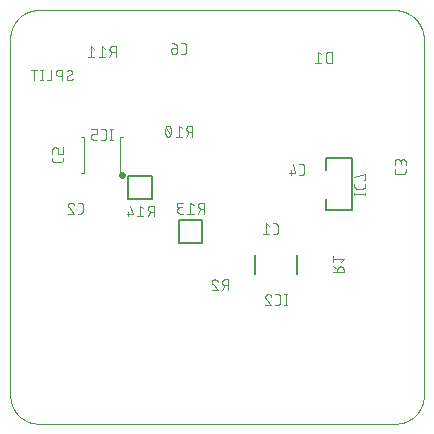
<source format=gbo>
G04 EAGLE Gerber RS-274X export*
G75*
%MOMM*%
%FSLAX35Y35*%
%LPD*%
%INsilk_bottom*%
%IPPOS*%
%AMOC8*
5,1,8,0,0,1.08239X$1,22.5*%
G01*
%ADD10C,0.000000*%
%ADD11C,0.076200*%
%ADD12C,0.101600*%
%ADD13C,0.300000*%
%ADD14C,0.127000*%


D10*
X250000Y0D02*
X3250000Y0D01*
X3500000Y225000D02*
X3500000Y3275000D01*
X3225000Y3500000D02*
X250000Y3500000D01*
X0Y3275000D02*
X0Y225000D01*
X0Y3275000D02*
X371Y3280735D01*
X881Y3286460D01*
X1529Y3292170D01*
X2315Y3297864D01*
X3238Y3303536D01*
X4298Y3309185D01*
X5494Y3314806D01*
X6826Y3320397D01*
X8292Y3325954D01*
X9892Y3331474D01*
X11626Y3336954D01*
X13491Y3342390D01*
X15487Y3347780D01*
X17612Y3353120D01*
X19866Y3358406D01*
X22247Y3363637D01*
X24754Y3368809D01*
X27385Y3373919D01*
X30138Y3378963D01*
X33013Y3383940D01*
X36007Y3388846D01*
X39119Y3393678D01*
X42347Y3398433D01*
X45688Y3403109D01*
X49142Y3407703D01*
X52706Y3412212D01*
X56377Y3416633D01*
X60154Y3420965D01*
X64035Y3425204D01*
X68018Y3429348D01*
X72099Y3433395D01*
X76276Y3437342D01*
X80548Y3441186D01*
X84912Y3444927D01*
X89365Y3448561D01*
X93904Y3452086D01*
X98527Y3455500D01*
X103231Y3458802D01*
X108014Y3461989D01*
X112872Y3465060D01*
X117803Y3468012D01*
X122804Y3470844D01*
X127872Y3473555D01*
X133003Y3476142D01*
X138196Y3478605D01*
X143447Y3480942D01*
X148753Y3483150D01*
X154111Y3485230D01*
X159517Y3487180D01*
X164969Y3488999D01*
X170463Y3490686D01*
X175997Y3492239D01*
X181566Y3493658D01*
X187168Y3494942D01*
X192799Y3496090D01*
X198457Y3497102D01*
X204137Y3497977D01*
X209837Y3498715D01*
X215553Y3499314D01*
X221281Y3499775D01*
X227020Y3500098D01*
X232764Y3500282D01*
X238511Y3500327D01*
X244257Y3500233D01*
X250000Y3500000D01*
X3225000Y3500000D02*
X3231143Y3500538D01*
X3237297Y3500926D01*
X3243459Y3501162D01*
X3249625Y3501247D01*
X3255791Y3501180D01*
X3261953Y3500962D01*
X3268109Y3500594D01*
X3274253Y3500074D01*
X3280383Y3499403D01*
X3286494Y3498582D01*
X3292584Y3497612D01*
X3298648Y3496492D01*
X3304682Y3495224D01*
X3310684Y3493808D01*
X3316649Y3492246D01*
X3322574Y3490537D01*
X3328455Y3488684D01*
X3334289Y3486686D01*
X3340072Y3484546D01*
X3345801Y3482265D01*
X3351472Y3479844D01*
X3357083Y3477285D01*
X3362628Y3474588D01*
X3368106Y3471757D01*
X3373512Y3468792D01*
X3378845Y3465694D01*
X3384099Y3462467D01*
X3389273Y3459113D01*
X3394363Y3455632D01*
X3399366Y3452027D01*
X3404279Y3448300D01*
X3409099Y3444454D01*
X3413823Y3440491D01*
X3418449Y3436414D01*
X3422973Y3432224D01*
X3427393Y3427924D01*
X3431706Y3423517D01*
X3435909Y3419005D01*
X3440001Y3414392D01*
X3443978Y3409679D01*
X3447839Y3404871D01*
X3451580Y3399969D01*
X3455199Y3394977D01*
X3458695Y3389897D01*
X3462066Y3384733D01*
X3465309Y3379489D01*
X3468422Y3374166D01*
X3471403Y3368768D01*
X3474251Y3363299D01*
X3476964Y3357761D01*
X3479540Y3352159D01*
X3481978Y3346495D01*
X3484276Y3340773D01*
X3486433Y3334996D01*
X3488448Y3329168D01*
X3490319Y3323292D01*
X3492045Y3317372D01*
X3493626Y3311412D01*
X3495060Y3305415D01*
X3496346Y3299384D01*
X3497484Y3293323D01*
X3498472Y3287237D01*
X3499311Y3281128D01*
X3500000Y3275000D01*
X3500000Y225000D02*
X3499629Y219265D01*
X3499119Y213540D01*
X3498471Y207830D01*
X3497685Y202136D01*
X3496762Y196464D01*
X3495702Y190815D01*
X3494506Y185194D01*
X3493174Y179603D01*
X3491708Y174046D01*
X3490108Y168526D01*
X3488374Y163046D01*
X3486509Y157610D01*
X3484513Y152220D01*
X3482388Y146880D01*
X3480134Y141594D01*
X3477753Y136363D01*
X3475246Y131191D01*
X3472615Y126081D01*
X3469862Y121037D01*
X3466987Y116060D01*
X3463993Y111154D01*
X3460881Y106322D01*
X3457653Y101567D01*
X3454312Y96891D01*
X3450858Y92297D01*
X3447294Y87788D01*
X3443623Y83367D01*
X3439846Y79035D01*
X3435965Y74796D01*
X3431982Y70652D01*
X3427901Y66605D01*
X3423724Y62658D01*
X3419452Y58814D01*
X3415088Y55073D01*
X3410635Y51439D01*
X3406096Y47914D01*
X3401473Y44500D01*
X3396769Y41198D01*
X3391986Y38011D01*
X3387128Y34940D01*
X3382197Y31988D01*
X3377196Y29156D01*
X3372128Y26445D01*
X3366997Y23858D01*
X3361804Y21395D01*
X3356553Y19058D01*
X3351247Y16850D01*
X3345889Y14770D01*
X3340483Y12820D01*
X3335031Y11001D01*
X3329537Y9314D01*
X3324003Y7761D01*
X3318434Y6342D01*
X3312832Y5058D01*
X3307201Y3910D01*
X3301543Y2898D01*
X3295863Y2023D01*
X3290163Y1285D01*
X3284447Y686D01*
X3278719Y225D01*
X3272980Y-98D01*
X3267236Y-282D01*
X3261489Y-327D01*
X3255743Y-233D01*
X3250000Y0D01*
X250000Y0D02*
X244257Y-233D01*
X238511Y-327D01*
X232764Y-282D01*
X227020Y-98D01*
X221281Y225D01*
X215553Y686D01*
X209837Y1285D01*
X204137Y2023D01*
X198457Y2898D01*
X192799Y3910D01*
X187168Y5058D01*
X181566Y6342D01*
X175997Y7761D01*
X170463Y9314D01*
X164969Y11001D01*
X159517Y12820D01*
X154111Y14770D01*
X148753Y16850D01*
X143447Y19058D01*
X138196Y21395D01*
X133003Y23858D01*
X127872Y26445D01*
X122804Y29156D01*
X117803Y31988D01*
X112872Y34940D01*
X108014Y38011D01*
X103231Y41198D01*
X98527Y44500D01*
X93904Y47914D01*
X89365Y51439D01*
X84912Y55073D01*
X80548Y58814D01*
X76276Y62658D01*
X72099Y66605D01*
X68018Y70652D01*
X64035Y74796D01*
X60154Y79035D01*
X56377Y83367D01*
X52706Y87788D01*
X49142Y92297D01*
X45688Y96891D01*
X42347Y101567D01*
X39119Y106322D01*
X36007Y111154D01*
X33013Y116060D01*
X30138Y121037D01*
X27385Y126081D01*
X24754Y131191D01*
X22247Y136363D01*
X19866Y141594D01*
X17612Y146880D01*
X15487Y152220D01*
X13491Y157610D01*
X11626Y163046D01*
X9892Y168526D01*
X8292Y174046D01*
X6826Y179603D01*
X5494Y185194D01*
X4298Y190815D01*
X3238Y196464D01*
X2315Y202136D01*
X1529Y207830D01*
X881Y213540D01*
X371Y219265D01*
X0Y225000D01*
X3225000Y3500000D02*
X3231143Y3500538D01*
X3237297Y3500926D01*
X3243459Y3501162D01*
X3249625Y3501247D01*
X3255791Y3501180D01*
X3261953Y3500962D01*
X3268109Y3500594D01*
X3274253Y3500074D01*
X3280383Y3499403D01*
X3286494Y3498582D01*
X3292584Y3497612D01*
X3298648Y3496492D01*
X3304682Y3495224D01*
X3310684Y3493808D01*
X3316649Y3492246D01*
X3322574Y3490537D01*
X3328455Y3488684D01*
X3334289Y3486686D01*
X3340072Y3484546D01*
X3345801Y3482265D01*
X3351472Y3479844D01*
X3357083Y3477285D01*
X3362628Y3474588D01*
X3368106Y3471757D01*
X3373512Y3468792D01*
X3378845Y3465694D01*
X3384099Y3462467D01*
X3389273Y3459113D01*
X3394363Y3455632D01*
X3399366Y3452027D01*
X3404279Y3448300D01*
X3409099Y3444454D01*
X3413823Y3440491D01*
X3418449Y3436414D01*
X3422973Y3432224D01*
X3427393Y3427924D01*
X3431706Y3423517D01*
X3435909Y3419005D01*
X3440001Y3414392D01*
X3443978Y3409679D01*
X3447839Y3404871D01*
X3451580Y3399969D01*
X3455199Y3394977D01*
X3458695Y3389897D01*
X3462066Y3384733D01*
X3465309Y3379489D01*
X3468422Y3374166D01*
X3471403Y3368768D01*
X3474251Y3363299D01*
X3476964Y3357761D01*
X3479540Y3352159D01*
X3481978Y3346495D01*
X3484276Y3340773D01*
X3486433Y3334996D01*
X3488448Y3329168D01*
X3490319Y3323292D01*
X3492045Y3317372D01*
X3493626Y3311412D01*
X3495060Y3305415D01*
X3496346Y3299384D01*
X3497484Y3293323D01*
X3498472Y3287237D01*
X3499311Y3281128D01*
X3500000Y3275000D01*
X3500000Y225000D02*
X3499629Y219265D01*
X3499119Y213540D01*
X3498471Y207830D01*
X3497685Y202136D01*
X3496762Y196464D01*
X3495702Y190815D01*
X3494506Y185194D01*
X3493174Y179603D01*
X3491708Y174046D01*
X3490108Y168526D01*
X3488374Y163046D01*
X3486509Y157610D01*
X3484513Y152220D01*
X3482388Y146880D01*
X3480134Y141594D01*
X3477753Y136363D01*
X3475246Y131191D01*
X3472615Y126081D01*
X3469862Y121037D01*
X3466987Y116060D01*
X3463993Y111154D01*
X3460881Y106322D01*
X3457653Y101567D01*
X3454312Y96891D01*
X3450858Y92297D01*
X3447294Y87788D01*
X3443623Y83367D01*
X3439846Y79035D01*
X3435965Y74796D01*
X3431982Y70652D01*
X3427901Y66605D01*
X3423724Y62658D01*
X3419452Y58814D01*
X3415088Y55073D01*
X3410635Y51439D01*
X3406096Y47914D01*
X3401473Y44500D01*
X3396769Y41198D01*
X3391986Y38011D01*
X3387128Y34940D01*
X3382197Y31988D01*
X3377196Y29156D01*
X3372128Y26445D01*
X3366997Y23858D01*
X3361804Y21395D01*
X3356553Y19058D01*
X3351247Y16850D01*
X3345889Y14770D01*
X3340483Y12820D01*
X3335031Y11001D01*
X3329537Y9314D01*
X3324003Y7761D01*
X3318434Y6342D01*
X3312832Y5058D01*
X3307201Y3910D01*
X3301543Y2898D01*
X3295863Y2023D01*
X3290163Y1285D01*
X3284447Y686D01*
X3278719Y225D01*
X3272980Y-98D01*
X3267236Y-282D01*
X3261489Y-327D01*
X3255743Y-233D01*
X3250000Y0D01*
X250000Y0D02*
X244257Y-233D01*
X238511Y-327D01*
X232764Y-282D01*
X227020Y-98D01*
X221281Y225D01*
X215553Y686D01*
X209837Y1285D01*
X204137Y2023D01*
X198457Y2898D01*
X192799Y3910D01*
X187168Y5058D01*
X181566Y6342D01*
X175997Y7761D01*
X170463Y9314D01*
X164969Y11001D01*
X159517Y12820D01*
X154111Y14770D01*
X148753Y16850D01*
X143447Y19058D01*
X138196Y21395D01*
X133003Y23858D01*
X127872Y26445D01*
X122804Y29156D01*
X117803Y31988D01*
X112872Y34940D01*
X108014Y38011D01*
X103231Y41198D01*
X98527Y44500D01*
X93904Y47914D01*
X89365Y51439D01*
X84912Y55073D01*
X80548Y58814D01*
X76276Y62658D01*
X72099Y66605D01*
X68018Y70652D01*
X64035Y74796D01*
X60154Y79035D01*
X56377Y83367D01*
X52706Y87788D01*
X49142Y92297D01*
X45688Y96891D01*
X42347Y101567D01*
X39119Y106322D01*
X36007Y111154D01*
X33013Y116060D01*
X30138Y121037D01*
X27385Y126081D01*
X24754Y131191D01*
X22247Y136363D01*
X19866Y141594D01*
X17612Y146880D01*
X15487Y152220D01*
X13491Y157610D01*
X11626Y163046D01*
X9892Y168526D01*
X8292Y174046D01*
X6826Y179603D01*
X5494Y185194D01*
X4298Y190815D01*
X3238Y196464D01*
X2315Y202136D01*
X1529Y207830D01*
X881Y213540D01*
X371Y219265D01*
X0Y225000D01*
D11*
X1447231Y3128810D02*
X1467760Y3128810D01*
X1468256Y3128816D01*
X1468752Y3128834D01*
X1469247Y3128864D01*
X1469741Y3128906D01*
X1470234Y3128960D01*
X1470726Y3129025D01*
X1471216Y3129103D01*
X1471704Y3129192D01*
X1472190Y3129294D01*
X1472673Y3129407D01*
X1473153Y3129531D01*
X1473630Y3129667D01*
X1474104Y3129815D01*
X1474574Y3129974D01*
X1475040Y3130144D01*
X1475501Y3130326D01*
X1475959Y3130518D01*
X1476411Y3130722D01*
X1476858Y3130936D01*
X1477300Y3131161D01*
X1477737Y3131397D01*
X1478167Y3131644D01*
X1478592Y3131900D01*
X1479010Y3132167D01*
X1479422Y3132444D01*
X1479827Y3132731D01*
X1480224Y3133027D01*
X1480615Y3133333D01*
X1480998Y3133648D01*
X1481373Y3133973D01*
X1481741Y3134306D01*
X1482100Y3134648D01*
X1482451Y3134999D01*
X1482793Y3135358D01*
X1483126Y3135726D01*
X1483451Y3136101D01*
X1483766Y3136484D01*
X1484072Y3136875D01*
X1484368Y3137272D01*
X1484655Y3137677D01*
X1484932Y3138089D01*
X1485199Y3138507D01*
X1485455Y3138932D01*
X1485702Y3139362D01*
X1485938Y3139799D01*
X1486163Y3140241D01*
X1486377Y3140688D01*
X1486581Y3141140D01*
X1486773Y3141598D01*
X1486955Y3142059D01*
X1487125Y3142525D01*
X1487284Y3142995D01*
X1487432Y3143469D01*
X1487568Y3143946D01*
X1487692Y3144426D01*
X1487805Y3144909D01*
X1487907Y3145395D01*
X1487996Y3145883D01*
X1488074Y3146373D01*
X1488139Y3146865D01*
X1488193Y3147358D01*
X1488235Y3147852D01*
X1488265Y3148347D01*
X1488283Y3148843D01*
X1488289Y3149339D01*
X1488288Y3149339D02*
X1488288Y3200661D01*
X1488289Y3200661D02*
X1488283Y3201157D01*
X1488265Y3201653D01*
X1488235Y3202148D01*
X1488193Y3202642D01*
X1488139Y3203135D01*
X1488074Y3203627D01*
X1487996Y3204117D01*
X1487907Y3204605D01*
X1487805Y3205091D01*
X1487692Y3205574D01*
X1487568Y3206054D01*
X1487432Y3206531D01*
X1487284Y3207005D01*
X1487125Y3207475D01*
X1486955Y3207941D01*
X1486773Y3208402D01*
X1486581Y3208860D01*
X1486377Y3209312D01*
X1486163Y3209759D01*
X1485938Y3210201D01*
X1485702Y3210638D01*
X1485455Y3211068D01*
X1485199Y3211493D01*
X1484932Y3211911D01*
X1484655Y3212323D01*
X1484368Y3212728D01*
X1484072Y3213125D01*
X1483766Y3213516D01*
X1483451Y3213899D01*
X1483126Y3214274D01*
X1482793Y3214642D01*
X1482451Y3215001D01*
X1482100Y3215352D01*
X1481741Y3215694D01*
X1481373Y3216027D01*
X1480998Y3216352D01*
X1480615Y3216667D01*
X1480224Y3216973D01*
X1479827Y3217269D01*
X1479422Y3217556D01*
X1479010Y3217833D01*
X1478592Y3218100D01*
X1478167Y3218356D01*
X1477737Y3218603D01*
X1477300Y3218839D01*
X1476858Y3219064D01*
X1476411Y3219278D01*
X1475959Y3219482D01*
X1475501Y3219674D01*
X1475040Y3219856D01*
X1474574Y3220026D01*
X1474104Y3220185D01*
X1473630Y3220333D01*
X1473153Y3220469D01*
X1472673Y3220593D01*
X1472190Y3220706D01*
X1471704Y3220808D01*
X1471216Y3220897D01*
X1470726Y3220975D01*
X1470234Y3221040D01*
X1469741Y3221094D01*
X1469247Y3221136D01*
X1468752Y3221166D01*
X1468256Y3221184D01*
X1467760Y3221190D01*
X1447231Y3221190D01*
X1413034Y3180132D02*
X1382241Y3180132D01*
X1381737Y3180126D01*
X1381234Y3180107D01*
X1380731Y3180076D01*
X1380229Y3180033D01*
X1379728Y3179978D01*
X1379229Y3179910D01*
X1378731Y3179830D01*
X1378236Y3179738D01*
X1377743Y3179633D01*
X1377253Y3179517D01*
X1376766Y3179388D01*
X1376282Y3179248D01*
X1375801Y3179096D01*
X1375325Y3178932D01*
X1374853Y3178756D01*
X1374385Y3178569D01*
X1373922Y3178371D01*
X1373464Y3178161D01*
X1373011Y3177940D01*
X1372564Y3177708D01*
X1372122Y3177465D01*
X1371687Y3177211D01*
X1371258Y3176947D01*
X1370836Y3176672D01*
X1370420Y3176387D01*
X1370012Y3176092D01*
X1369611Y3175787D01*
X1369218Y3175472D01*
X1368832Y3175148D01*
X1368455Y3174814D01*
X1368086Y3174471D01*
X1367725Y3174119D01*
X1367373Y3173759D01*
X1367030Y3173390D01*
X1366696Y3173012D01*
X1366372Y3172627D01*
X1366057Y3172233D01*
X1365752Y3171832D01*
X1365457Y3171424D01*
X1365172Y3171008D01*
X1364897Y3170586D01*
X1364633Y3170157D01*
X1364379Y3169722D01*
X1364136Y3169280D01*
X1363904Y3168833D01*
X1363683Y3168380D01*
X1363473Y3167922D01*
X1363275Y3167459D01*
X1363088Y3166992D01*
X1362912Y3166519D01*
X1362748Y3166043D01*
X1362596Y3165562D01*
X1362456Y3165079D01*
X1362327Y3164591D01*
X1362211Y3164101D01*
X1362107Y3163608D01*
X1362014Y3163113D01*
X1361934Y3162616D01*
X1361866Y3162116D01*
X1361811Y3161615D01*
X1361768Y3161114D01*
X1361737Y3160611D01*
X1361718Y3160107D01*
X1361712Y3159603D01*
X1361712Y3154471D01*
X1361720Y3153846D01*
X1361742Y3153222D01*
X1361780Y3152598D01*
X1361834Y3151975D01*
X1361902Y3151354D01*
X1361985Y3150735D01*
X1362084Y3150118D01*
X1362197Y3149503D01*
X1362326Y3148892D01*
X1362469Y3148283D01*
X1362627Y3147679D01*
X1362800Y3147078D01*
X1362987Y3146482D01*
X1363189Y3145890D01*
X1363405Y3145304D01*
X1363636Y3144723D01*
X1363880Y3144148D01*
X1364138Y3143579D01*
X1364410Y3143016D01*
X1364696Y3142461D01*
X1364995Y3141912D01*
X1365308Y3141371D01*
X1365633Y3140837D01*
X1365972Y3140312D01*
X1366323Y3139795D01*
X1366687Y3139287D01*
X1367062Y3138788D01*
X1367450Y3138298D01*
X1367850Y3137817D01*
X1368261Y3137347D01*
X1368684Y3136887D01*
X1369118Y3136437D01*
X1369562Y3135998D01*
X1370017Y3135569D01*
X1370483Y3135152D01*
X1370958Y3134747D01*
X1371444Y3134353D01*
X1371938Y3133971D01*
X1372442Y3133601D01*
X1372955Y3133244D01*
X1373476Y3132899D01*
X1374005Y3132567D01*
X1374543Y3132248D01*
X1375087Y3131942D01*
X1375640Y3131650D01*
X1376199Y3131371D01*
X1376765Y3131105D01*
X1377337Y3130854D01*
X1377915Y3130617D01*
X1378499Y3130393D01*
X1379088Y3130184D01*
X1379681Y3129990D01*
X1380280Y3129810D01*
X1380882Y3129644D01*
X1381489Y3129494D01*
X1382099Y3129358D01*
X1382712Y3129237D01*
X1383328Y3129131D01*
X1383946Y3129040D01*
X1384566Y3128964D01*
X1385188Y3128903D01*
X1385812Y3128858D01*
X1386436Y3128827D01*
X1387061Y3128812D01*
X1387685Y3128812D01*
X1388310Y3128827D01*
X1388934Y3128858D01*
X1389558Y3128903D01*
X1390180Y3128964D01*
X1390800Y3129040D01*
X1391418Y3129131D01*
X1392034Y3129237D01*
X1392647Y3129358D01*
X1393257Y3129494D01*
X1393864Y3129644D01*
X1394466Y3129810D01*
X1395065Y3129990D01*
X1395658Y3130184D01*
X1396247Y3130393D01*
X1396831Y3130617D01*
X1397409Y3130854D01*
X1397981Y3131105D01*
X1398547Y3131371D01*
X1399106Y3131650D01*
X1399659Y3131942D01*
X1400204Y3132248D01*
X1400741Y3132567D01*
X1401270Y3132899D01*
X1401791Y3133244D01*
X1402304Y3133601D01*
X1402808Y3133971D01*
X1403302Y3134353D01*
X1403788Y3134747D01*
X1404263Y3135152D01*
X1404729Y3135569D01*
X1405184Y3135998D01*
X1405628Y3136437D01*
X1406062Y3136887D01*
X1406485Y3137347D01*
X1406896Y3137817D01*
X1407296Y3138298D01*
X1407684Y3138788D01*
X1408059Y3139287D01*
X1408423Y3139795D01*
X1408774Y3140312D01*
X1409113Y3140837D01*
X1409438Y3141371D01*
X1409751Y3141912D01*
X1410050Y3142461D01*
X1410336Y3143016D01*
X1410608Y3143579D01*
X1410866Y3144148D01*
X1411110Y3144723D01*
X1411341Y3145304D01*
X1411557Y3145890D01*
X1411759Y3146482D01*
X1411946Y3147078D01*
X1412119Y3147679D01*
X1412277Y3148283D01*
X1412420Y3148892D01*
X1412549Y3149503D01*
X1412662Y3150118D01*
X1412761Y3150735D01*
X1412844Y3151354D01*
X1412912Y3151975D01*
X1412966Y3152598D01*
X1413004Y3153222D01*
X1413026Y3153846D01*
X1413034Y3154471D01*
X1413034Y3180132D01*
X1413022Y3181124D01*
X1412986Y3182116D01*
X1412926Y3183106D01*
X1412842Y3184095D01*
X1412735Y3185081D01*
X1412603Y3186064D01*
X1412448Y3187044D01*
X1412269Y3188020D01*
X1412067Y3188992D01*
X1411841Y3189958D01*
X1411592Y3190918D01*
X1411320Y3191872D01*
X1411024Y3192820D01*
X1410706Y3193759D01*
X1410366Y3194691D01*
X1410003Y3195615D01*
X1409618Y3196529D01*
X1409210Y3197434D01*
X1408781Y3198329D01*
X1408331Y3199213D01*
X1407859Y3200086D01*
X1407367Y3200947D01*
X1406853Y3201796D01*
X1406320Y3202632D01*
X1405766Y3203456D01*
X1405193Y3204265D01*
X1404600Y3205061D01*
X1403988Y3205842D01*
X1403357Y3206608D01*
X1402708Y3207358D01*
X1402041Y3208093D01*
X1401357Y3208811D01*
X1400655Y3209513D01*
X1399937Y3210197D01*
X1399202Y3210864D01*
X1398452Y3211513D01*
X1397686Y3212144D01*
X1396905Y3212756D01*
X1396109Y3213349D01*
X1395300Y3213922D01*
X1394476Y3214476D01*
X1393640Y3215009D01*
X1392791Y3215523D01*
X1391930Y3216015D01*
X1391057Y3216487D01*
X1390173Y3216937D01*
X1389278Y3217366D01*
X1388373Y3217774D01*
X1387459Y3218159D01*
X1386535Y3218522D01*
X1385603Y3218862D01*
X1384664Y3219180D01*
X1383716Y3219476D01*
X1382762Y3219748D01*
X1381802Y3219997D01*
X1380836Y3220223D01*
X1379864Y3220425D01*
X1378888Y3220604D01*
X1377908Y3220759D01*
X1376925Y3220891D01*
X1375939Y3220998D01*
X1374950Y3221082D01*
X1373960Y3221142D01*
X1372968Y3221178D01*
X1371976Y3221190D01*
X353810Y2252769D02*
X353810Y2232240D01*
X353816Y2231744D01*
X353834Y2231248D01*
X353864Y2230753D01*
X353906Y2230259D01*
X353960Y2229766D01*
X354025Y2229274D01*
X354103Y2228784D01*
X354192Y2228296D01*
X354294Y2227810D01*
X354407Y2227327D01*
X354531Y2226847D01*
X354667Y2226370D01*
X354815Y2225896D01*
X354974Y2225426D01*
X355144Y2224960D01*
X355326Y2224499D01*
X355518Y2224041D01*
X355722Y2223589D01*
X355936Y2223142D01*
X356161Y2222700D01*
X356397Y2222263D01*
X356644Y2221833D01*
X356900Y2221408D01*
X357167Y2220990D01*
X357444Y2220578D01*
X357731Y2220173D01*
X358027Y2219776D01*
X358333Y2219385D01*
X358648Y2219002D01*
X358973Y2218627D01*
X359306Y2218259D01*
X359648Y2217900D01*
X359999Y2217549D01*
X360358Y2217207D01*
X360726Y2216874D01*
X361101Y2216549D01*
X361484Y2216234D01*
X361875Y2215928D01*
X362272Y2215632D01*
X362677Y2215345D01*
X363089Y2215068D01*
X363507Y2214801D01*
X363932Y2214545D01*
X364362Y2214298D01*
X364799Y2214062D01*
X365241Y2213837D01*
X365688Y2213623D01*
X366140Y2213419D01*
X366598Y2213227D01*
X367059Y2213045D01*
X367525Y2212875D01*
X367995Y2212716D01*
X368469Y2212568D01*
X368946Y2212432D01*
X369426Y2212308D01*
X369909Y2212195D01*
X370395Y2212093D01*
X370883Y2212004D01*
X371373Y2211926D01*
X371865Y2211861D01*
X372358Y2211807D01*
X372852Y2211765D01*
X373347Y2211735D01*
X373843Y2211717D01*
X374339Y2211711D01*
X374339Y2211712D02*
X425661Y2211712D01*
X426165Y2211718D01*
X426668Y2211737D01*
X427171Y2211768D01*
X427673Y2211811D01*
X428174Y2211866D01*
X428673Y2211934D01*
X429171Y2212014D01*
X429666Y2212106D01*
X430159Y2212211D01*
X430649Y2212327D01*
X431136Y2212456D01*
X431620Y2212596D01*
X432101Y2212748D01*
X432577Y2212912D01*
X433049Y2213088D01*
X433517Y2213275D01*
X433980Y2213473D01*
X434438Y2213683D01*
X434891Y2213904D01*
X435338Y2214136D01*
X435780Y2214379D01*
X436215Y2214633D01*
X436644Y2214897D01*
X437066Y2215172D01*
X437482Y2215457D01*
X437890Y2215752D01*
X438291Y2216057D01*
X438684Y2216372D01*
X439070Y2216696D01*
X439447Y2217030D01*
X439816Y2217373D01*
X440177Y2217725D01*
X440529Y2218085D01*
X440872Y2218454D01*
X441206Y2218832D01*
X441530Y2219217D01*
X441845Y2219611D01*
X442150Y2220012D01*
X442445Y2220420D01*
X442730Y2220836D01*
X443005Y2221258D01*
X443269Y2221687D01*
X443523Y2222122D01*
X443766Y2222564D01*
X443998Y2223011D01*
X444219Y2223464D01*
X444429Y2223922D01*
X444627Y2224385D01*
X444814Y2224852D01*
X444990Y2225325D01*
X445154Y2225801D01*
X445306Y2226282D01*
X445446Y2226765D01*
X445575Y2227253D01*
X445691Y2227743D01*
X445795Y2228236D01*
X445888Y2228731D01*
X445968Y2229228D01*
X446036Y2229728D01*
X446091Y2230229D01*
X446134Y2230730D01*
X446165Y2231233D01*
X446184Y2231737D01*
X446190Y2232241D01*
X446190Y2232240D02*
X446190Y2252769D01*
X353810Y2286966D02*
X353810Y2317759D01*
X353816Y2318263D01*
X353835Y2318766D01*
X353866Y2319269D01*
X353909Y2319771D01*
X353964Y2320272D01*
X354032Y2320771D01*
X354112Y2321269D01*
X354204Y2321764D01*
X354309Y2322257D01*
X354425Y2322747D01*
X354554Y2323234D01*
X354694Y2323718D01*
X354846Y2324199D01*
X355010Y2324675D01*
X355186Y2325147D01*
X355373Y2325615D01*
X355571Y2326078D01*
X355781Y2326536D01*
X356002Y2326989D01*
X356234Y2327436D01*
X356477Y2327878D01*
X356731Y2328313D01*
X356995Y2328742D01*
X357270Y2329164D01*
X357555Y2329580D01*
X357850Y2329988D01*
X358155Y2330389D01*
X358470Y2330782D01*
X358794Y2331168D01*
X359128Y2331545D01*
X359471Y2331914D01*
X359823Y2332275D01*
X360183Y2332627D01*
X360552Y2332970D01*
X360930Y2333304D01*
X361315Y2333628D01*
X361709Y2333943D01*
X362110Y2334248D01*
X362518Y2334543D01*
X362934Y2334828D01*
X363356Y2335103D01*
X363785Y2335367D01*
X364220Y2335621D01*
X364662Y2335864D01*
X365109Y2336096D01*
X365562Y2336317D01*
X366020Y2336527D01*
X366483Y2336725D01*
X366950Y2336912D01*
X367423Y2337088D01*
X367899Y2337252D01*
X368380Y2337404D01*
X368863Y2337544D01*
X369351Y2337673D01*
X369841Y2337789D01*
X370334Y2337893D01*
X370829Y2337986D01*
X371326Y2338066D01*
X371826Y2338134D01*
X372327Y2338189D01*
X372828Y2338232D01*
X373331Y2338263D01*
X373835Y2338282D01*
X374339Y2338288D01*
X384603Y2338288D01*
X385099Y2338282D01*
X385595Y2338264D01*
X386090Y2338234D01*
X386584Y2338192D01*
X387077Y2338138D01*
X387569Y2338073D01*
X388059Y2337995D01*
X388547Y2337906D01*
X389033Y2337804D01*
X389516Y2337691D01*
X389996Y2337567D01*
X390473Y2337431D01*
X390947Y2337283D01*
X391417Y2337124D01*
X391883Y2336954D01*
X392344Y2336772D01*
X392802Y2336580D01*
X393254Y2336376D01*
X393701Y2336162D01*
X394143Y2335937D01*
X394580Y2335701D01*
X395010Y2335454D01*
X395435Y2335198D01*
X395853Y2334931D01*
X396265Y2334654D01*
X396670Y2334367D01*
X397067Y2334071D01*
X397458Y2333765D01*
X397841Y2333450D01*
X398216Y2333125D01*
X398584Y2332792D01*
X398943Y2332450D01*
X399294Y2332099D01*
X399636Y2331740D01*
X399969Y2331372D01*
X400294Y2330997D01*
X400609Y2330614D01*
X400915Y2330223D01*
X401211Y2329826D01*
X401498Y2329421D01*
X401775Y2329009D01*
X402042Y2328591D01*
X402298Y2328166D01*
X402545Y2327736D01*
X402781Y2327299D01*
X403006Y2326857D01*
X403220Y2326410D01*
X403424Y2325958D01*
X403616Y2325500D01*
X403798Y2325039D01*
X403968Y2324573D01*
X404127Y2324103D01*
X404275Y2323629D01*
X404411Y2323152D01*
X404535Y2322672D01*
X404648Y2322189D01*
X404750Y2321703D01*
X404839Y2321215D01*
X404917Y2320725D01*
X404982Y2320233D01*
X405036Y2319740D01*
X405078Y2319246D01*
X405108Y2318751D01*
X405126Y2318255D01*
X405132Y2317759D01*
X405132Y2286966D01*
X446190Y2286966D01*
X446190Y2338288D01*
X2222231Y1603810D02*
X2242760Y1603810D01*
X2243256Y1603816D01*
X2243752Y1603834D01*
X2244247Y1603864D01*
X2244741Y1603906D01*
X2245234Y1603960D01*
X2245726Y1604025D01*
X2246216Y1604103D01*
X2246704Y1604192D01*
X2247190Y1604294D01*
X2247673Y1604407D01*
X2248153Y1604531D01*
X2248630Y1604667D01*
X2249104Y1604815D01*
X2249574Y1604974D01*
X2250040Y1605144D01*
X2250501Y1605326D01*
X2250959Y1605518D01*
X2251411Y1605722D01*
X2251858Y1605936D01*
X2252300Y1606161D01*
X2252737Y1606397D01*
X2253167Y1606644D01*
X2253592Y1606900D01*
X2254010Y1607167D01*
X2254422Y1607444D01*
X2254827Y1607731D01*
X2255224Y1608027D01*
X2255615Y1608333D01*
X2255998Y1608648D01*
X2256373Y1608973D01*
X2256741Y1609306D01*
X2257100Y1609648D01*
X2257451Y1609999D01*
X2257793Y1610358D01*
X2258126Y1610726D01*
X2258451Y1611101D01*
X2258766Y1611484D01*
X2259072Y1611875D01*
X2259368Y1612272D01*
X2259655Y1612677D01*
X2259932Y1613089D01*
X2260199Y1613507D01*
X2260455Y1613932D01*
X2260702Y1614362D01*
X2260938Y1614799D01*
X2261163Y1615241D01*
X2261377Y1615688D01*
X2261581Y1616140D01*
X2261773Y1616598D01*
X2261955Y1617059D01*
X2262125Y1617525D01*
X2262284Y1617995D01*
X2262432Y1618469D01*
X2262568Y1618946D01*
X2262692Y1619426D01*
X2262805Y1619909D01*
X2262907Y1620395D01*
X2262996Y1620883D01*
X2263074Y1621373D01*
X2263139Y1621865D01*
X2263193Y1622358D01*
X2263235Y1622852D01*
X2263265Y1623347D01*
X2263283Y1623843D01*
X2263289Y1624339D01*
X2263288Y1624339D02*
X2263288Y1675661D01*
X2263289Y1675661D02*
X2263283Y1676157D01*
X2263265Y1676653D01*
X2263235Y1677148D01*
X2263193Y1677642D01*
X2263139Y1678135D01*
X2263074Y1678627D01*
X2262996Y1679117D01*
X2262907Y1679605D01*
X2262805Y1680091D01*
X2262692Y1680574D01*
X2262568Y1681054D01*
X2262432Y1681531D01*
X2262284Y1682005D01*
X2262125Y1682475D01*
X2261955Y1682941D01*
X2261773Y1683402D01*
X2261581Y1683860D01*
X2261377Y1684312D01*
X2261163Y1684759D01*
X2260938Y1685201D01*
X2260702Y1685638D01*
X2260455Y1686068D01*
X2260199Y1686493D01*
X2259932Y1686911D01*
X2259655Y1687323D01*
X2259368Y1687728D01*
X2259072Y1688125D01*
X2258766Y1688516D01*
X2258451Y1688899D01*
X2258126Y1689274D01*
X2257793Y1689642D01*
X2257451Y1690001D01*
X2257100Y1690352D01*
X2256741Y1690694D01*
X2256373Y1691027D01*
X2255998Y1691352D01*
X2255615Y1691667D01*
X2255224Y1691973D01*
X2254827Y1692269D01*
X2254422Y1692556D01*
X2254010Y1692833D01*
X2253592Y1693100D01*
X2253167Y1693356D01*
X2252737Y1693603D01*
X2252300Y1693839D01*
X2251858Y1694064D01*
X2251411Y1694278D01*
X2250959Y1694482D01*
X2250501Y1694674D01*
X2250040Y1694856D01*
X2249574Y1695026D01*
X2249104Y1695185D01*
X2248630Y1695333D01*
X2248153Y1695469D01*
X2247673Y1695593D01*
X2247190Y1695706D01*
X2246704Y1695808D01*
X2246216Y1695897D01*
X2245726Y1695975D01*
X2245234Y1696040D01*
X2244741Y1696094D01*
X2244247Y1696136D01*
X2243752Y1696166D01*
X2243256Y1696184D01*
X2242760Y1696190D01*
X2222231Y1696190D01*
X2188034Y1675661D02*
X2162373Y1696190D01*
X2162373Y1603810D01*
X2188034Y1603810D02*
X2136712Y1603810D01*
X592760Y1778810D02*
X572231Y1778810D01*
X592760Y1778810D02*
X593256Y1778816D01*
X593752Y1778834D01*
X594247Y1778864D01*
X594741Y1778906D01*
X595234Y1778960D01*
X595726Y1779025D01*
X596216Y1779103D01*
X596704Y1779192D01*
X597190Y1779294D01*
X597673Y1779407D01*
X598153Y1779531D01*
X598630Y1779667D01*
X599104Y1779815D01*
X599574Y1779974D01*
X600040Y1780144D01*
X600501Y1780326D01*
X600959Y1780518D01*
X601411Y1780722D01*
X601858Y1780936D01*
X602300Y1781161D01*
X602737Y1781397D01*
X603167Y1781644D01*
X603592Y1781900D01*
X604010Y1782167D01*
X604422Y1782444D01*
X604827Y1782731D01*
X605224Y1783027D01*
X605615Y1783333D01*
X605998Y1783648D01*
X606373Y1783973D01*
X606741Y1784306D01*
X607100Y1784648D01*
X607451Y1784999D01*
X607793Y1785358D01*
X608126Y1785726D01*
X608451Y1786101D01*
X608766Y1786484D01*
X609072Y1786875D01*
X609368Y1787272D01*
X609655Y1787677D01*
X609932Y1788089D01*
X610199Y1788507D01*
X610455Y1788932D01*
X610702Y1789362D01*
X610938Y1789799D01*
X611163Y1790241D01*
X611377Y1790688D01*
X611581Y1791140D01*
X611773Y1791598D01*
X611955Y1792059D01*
X612125Y1792525D01*
X612284Y1792995D01*
X612432Y1793469D01*
X612568Y1793946D01*
X612692Y1794426D01*
X612805Y1794909D01*
X612907Y1795395D01*
X612996Y1795883D01*
X613074Y1796373D01*
X613139Y1796865D01*
X613193Y1797358D01*
X613235Y1797852D01*
X613265Y1798347D01*
X613283Y1798843D01*
X613289Y1799339D01*
X613288Y1799339D02*
X613288Y1850661D01*
X613289Y1850661D02*
X613283Y1851157D01*
X613265Y1851653D01*
X613235Y1852148D01*
X613193Y1852642D01*
X613139Y1853135D01*
X613074Y1853627D01*
X612996Y1854117D01*
X612907Y1854605D01*
X612805Y1855091D01*
X612692Y1855574D01*
X612568Y1856054D01*
X612432Y1856531D01*
X612284Y1857005D01*
X612125Y1857475D01*
X611955Y1857941D01*
X611773Y1858402D01*
X611581Y1858860D01*
X611377Y1859312D01*
X611163Y1859759D01*
X610938Y1860201D01*
X610702Y1860638D01*
X610455Y1861068D01*
X610199Y1861493D01*
X609932Y1861911D01*
X609655Y1862323D01*
X609368Y1862728D01*
X609072Y1863125D01*
X608766Y1863516D01*
X608451Y1863899D01*
X608126Y1864274D01*
X607793Y1864642D01*
X607451Y1865001D01*
X607100Y1865352D01*
X606741Y1865694D01*
X606373Y1866027D01*
X605998Y1866352D01*
X605615Y1866667D01*
X605224Y1866973D01*
X604827Y1867269D01*
X604422Y1867556D01*
X604010Y1867833D01*
X603592Y1868100D01*
X603167Y1868356D01*
X602737Y1868603D01*
X602300Y1868839D01*
X601858Y1869064D01*
X601411Y1869278D01*
X600959Y1869482D01*
X600501Y1869674D01*
X600040Y1869856D01*
X599574Y1870026D01*
X599104Y1870185D01*
X598630Y1870333D01*
X598153Y1870469D01*
X597673Y1870593D01*
X597190Y1870706D01*
X596704Y1870808D01*
X596216Y1870897D01*
X595726Y1870975D01*
X595234Y1871040D01*
X594741Y1871094D01*
X594247Y1871136D01*
X593752Y1871166D01*
X593256Y1871184D01*
X592760Y1871190D01*
X572231Y1871190D01*
X509807Y1871190D02*
X509240Y1871183D01*
X508673Y1871162D01*
X508108Y1871127D01*
X507543Y1871079D01*
X506980Y1871016D01*
X506418Y1870940D01*
X505858Y1870850D01*
X505301Y1870746D01*
X504747Y1870629D01*
X504195Y1870498D01*
X503647Y1870353D01*
X503103Y1870195D01*
X502562Y1870024D01*
X502026Y1869840D01*
X501495Y1869642D01*
X500969Y1869432D01*
X500448Y1869209D01*
X499932Y1868973D01*
X499423Y1868724D01*
X498920Y1868463D01*
X498423Y1868190D01*
X497934Y1867904D01*
X497451Y1867607D01*
X496976Y1867298D01*
X496509Y1866977D01*
X496049Y1866645D01*
X495598Y1866302D01*
X495156Y1865948D01*
X494722Y1865583D01*
X494297Y1865207D01*
X493882Y1864821D01*
X493476Y1864426D01*
X493080Y1864020D01*
X492695Y1863605D01*
X492319Y1863180D01*
X491954Y1862746D01*
X491600Y1862304D01*
X491257Y1861853D01*
X490925Y1861393D01*
X490604Y1860926D01*
X490295Y1860451D01*
X489998Y1859968D01*
X489712Y1859478D01*
X489439Y1858982D01*
X489178Y1858479D01*
X488929Y1857969D01*
X488693Y1857454D01*
X488470Y1856933D01*
X488260Y1856407D01*
X488062Y1855875D01*
X487878Y1855339D01*
X487706Y1854799D01*
X487549Y1854255D01*
X487404Y1853707D01*
X487273Y1853155D01*
X487156Y1852601D01*
X487052Y1852043D01*
X486962Y1851484D01*
X486886Y1850922D01*
X486823Y1850359D01*
X486775Y1849794D01*
X486740Y1849228D01*
X486719Y1848662D01*
X486712Y1848095D01*
X509807Y1871190D02*
X510524Y1871181D01*
X511241Y1871155D01*
X511958Y1871112D01*
X512673Y1871051D01*
X513386Y1870973D01*
X514097Y1870878D01*
X514806Y1870766D01*
X515512Y1870636D01*
X516214Y1870490D01*
X516913Y1870327D01*
X517607Y1870146D01*
X518297Y1869949D01*
X518982Y1869736D01*
X519662Y1869506D01*
X520336Y1869259D01*
X521003Y1868996D01*
X521665Y1868718D01*
X522319Y1868423D01*
X522966Y1868112D01*
X523605Y1867786D01*
X524236Y1867445D01*
X524859Y1867089D01*
X525473Y1866717D01*
X526078Y1866331D01*
X526673Y1865930D01*
X527258Y1865515D01*
X527833Y1865086D01*
X528398Y1864643D01*
X528952Y1864187D01*
X529494Y1863717D01*
X530025Y1863235D01*
X530545Y1862739D01*
X531052Y1862232D01*
X531546Y1861712D01*
X532028Y1861180D01*
X532497Y1860637D01*
X532953Y1860083D01*
X533395Y1859518D01*
X533823Y1858942D01*
X534238Y1858356D01*
X534638Y1857760D01*
X535023Y1857155D01*
X535394Y1856541D01*
X535750Y1855918D01*
X536090Y1855286D01*
X536415Y1854646D01*
X536725Y1853999D01*
X537019Y1853345D01*
X537297Y1852683D01*
X537559Y1852015D01*
X537804Y1851341D01*
X538034Y1850661D01*
X494410Y1830132D02*
X493974Y1830557D01*
X493549Y1830993D01*
X493135Y1831439D01*
X492732Y1831895D01*
X492340Y1832361D01*
X491959Y1832836D01*
X491591Y1833321D01*
X491234Y1833814D01*
X490890Y1834316D01*
X490558Y1834826D01*
X490239Y1835345D01*
X489932Y1835870D01*
X489639Y1836404D01*
X489359Y1836944D01*
X489092Y1837491D01*
X488838Y1838045D01*
X488599Y1838604D01*
X488373Y1839169D01*
X488161Y1839740D01*
X487963Y1840315D01*
X487779Y1840896D01*
X487609Y1841480D01*
X487454Y1842069D01*
X487314Y1842661D01*
X487187Y1843257D01*
X487076Y1843855D01*
X486979Y1844456D01*
X486897Y1845059D01*
X486830Y1845664D01*
X486778Y1846271D01*
X486741Y1846878D01*
X486718Y1847486D01*
X486711Y1848095D01*
X494410Y1830132D02*
X538034Y1778810D01*
X486712Y1778810D01*
X2722161Y3053810D02*
X2722161Y3146190D01*
X2696500Y3146190D01*
X2695880Y3146183D01*
X2695260Y3146160D01*
X2694641Y3146123D01*
X2694023Y3146070D01*
X2693407Y3146003D01*
X2692792Y3145921D01*
X2692180Y3145824D01*
X2691570Y3145712D01*
X2690963Y3145585D01*
X2690359Y3145444D01*
X2689759Y3145289D01*
X2689162Y3145119D01*
X2688570Y3144934D01*
X2687983Y3144735D01*
X2687400Y3144522D01*
X2686823Y3144296D01*
X2686252Y3144055D01*
X2685686Y3143800D01*
X2685127Y3143532D01*
X2684575Y3143251D01*
X2684029Y3142956D01*
X2683491Y3142648D01*
X2682960Y3142327D01*
X2682437Y3141994D01*
X2681923Y3141648D01*
X2681417Y3141289D01*
X2680920Y3140919D01*
X2680431Y3140536D01*
X2679953Y3140142D01*
X2679484Y3139737D01*
X2679024Y3139320D01*
X2678575Y3138892D01*
X2678137Y3138454D01*
X2677709Y3138005D01*
X2677292Y3137545D01*
X2676887Y3137076D01*
X2676493Y3136598D01*
X2676110Y3136109D01*
X2675740Y3135612D01*
X2675381Y3135106D01*
X2675035Y3134592D01*
X2674702Y3134069D01*
X2674381Y3133538D01*
X2674073Y3133000D01*
X2673778Y3132454D01*
X2673497Y3131902D01*
X2673229Y3131343D01*
X2672974Y3130777D01*
X2672733Y3130206D01*
X2672507Y3129629D01*
X2672294Y3129046D01*
X2672095Y3128459D01*
X2671910Y3127867D01*
X2671740Y3127270D01*
X2671585Y3126670D01*
X2671444Y3126066D01*
X2671317Y3125459D01*
X2671205Y3124849D01*
X2671108Y3124237D01*
X2671026Y3123622D01*
X2670959Y3123006D01*
X2670906Y3122388D01*
X2670869Y3121769D01*
X2670846Y3121149D01*
X2670839Y3120529D01*
X2670839Y3079471D01*
X2670846Y3078851D01*
X2670869Y3078231D01*
X2670906Y3077612D01*
X2670959Y3076994D01*
X2671026Y3076378D01*
X2671108Y3075763D01*
X2671205Y3075151D01*
X2671317Y3074541D01*
X2671444Y3073934D01*
X2671585Y3073330D01*
X2671740Y3072730D01*
X2671910Y3072133D01*
X2672095Y3071541D01*
X2672294Y3070954D01*
X2672507Y3070371D01*
X2672733Y3069794D01*
X2672974Y3069223D01*
X2673229Y3068657D01*
X2673497Y3068098D01*
X2673778Y3067546D01*
X2674073Y3067000D01*
X2674381Y3066462D01*
X2674702Y3065931D01*
X2675035Y3065408D01*
X2675381Y3064894D01*
X2675740Y3064388D01*
X2676110Y3063891D01*
X2676493Y3063402D01*
X2676887Y3062924D01*
X2677292Y3062455D01*
X2677709Y3061995D01*
X2678137Y3061546D01*
X2678575Y3061108D01*
X2679024Y3060680D01*
X2679484Y3060263D01*
X2679953Y3059858D01*
X2680431Y3059464D01*
X2680920Y3059081D01*
X2681417Y3058711D01*
X2681923Y3058352D01*
X2682437Y3058006D01*
X2682960Y3057673D01*
X2683491Y3057352D01*
X2684029Y3057044D01*
X2684575Y3056749D01*
X2685127Y3056468D01*
X2685686Y3056200D01*
X2686252Y3055945D01*
X2686823Y3055704D01*
X2687400Y3055478D01*
X2687983Y3055265D01*
X2688570Y3055066D01*
X2689162Y3054881D01*
X2689759Y3054711D01*
X2690359Y3054556D01*
X2690963Y3054415D01*
X2691570Y3054288D01*
X2692180Y3054176D01*
X2692792Y3054079D01*
X2693407Y3053997D01*
X2694023Y3053930D01*
X2694641Y3053877D01*
X2695260Y3053840D01*
X2695880Y3053817D01*
X2696500Y3053810D01*
X2722161Y3053810D01*
X2629161Y3125661D02*
X2603500Y3146190D01*
X2603500Y3053810D01*
X2629161Y3053810D02*
X2577839Y3053810D01*
D12*
X625000Y2425000D02*
X625000Y2125000D01*
X925000Y2125000D02*
X925000Y2425000D01*
D13*
X940000Y2100000D02*
X940003Y2100245D01*
X940012Y2100491D01*
X940027Y2100736D01*
X940048Y2100980D01*
X940075Y2101224D01*
X940108Y2101467D01*
X940147Y2101710D01*
X940192Y2101951D01*
X940243Y2102191D01*
X940300Y2102430D01*
X940362Y2102667D01*
X940431Y2102903D01*
X940505Y2103137D01*
X940585Y2103369D01*
X940670Y2103599D01*
X940761Y2103827D01*
X940858Y2104052D01*
X940960Y2104276D01*
X941068Y2104496D01*
X941181Y2104714D01*
X941299Y2104929D01*
X941423Y2105141D01*
X941551Y2105350D01*
X941685Y2105556D01*
X941824Y2105758D01*
X941968Y2105957D01*
X942117Y2106152D01*
X942270Y2106344D01*
X942428Y2106532D01*
X942590Y2106716D01*
X942758Y2106895D01*
X942929Y2107071D01*
X943105Y2107242D01*
X943284Y2107410D01*
X943468Y2107572D01*
X943656Y2107730D01*
X943848Y2107883D01*
X944043Y2108032D01*
X944242Y2108176D01*
X944444Y2108315D01*
X944650Y2108449D01*
X944859Y2108577D01*
X945071Y2108701D01*
X945286Y2108819D01*
X945504Y2108932D01*
X945724Y2109040D01*
X945948Y2109142D01*
X946173Y2109239D01*
X946401Y2109330D01*
X946631Y2109415D01*
X946863Y2109495D01*
X947097Y2109569D01*
X947333Y2109638D01*
X947570Y2109700D01*
X947809Y2109757D01*
X948049Y2109808D01*
X948290Y2109853D01*
X948533Y2109892D01*
X948776Y2109925D01*
X949020Y2109952D01*
X949264Y2109973D01*
X949509Y2109988D01*
X949755Y2109997D01*
X950000Y2110000D01*
X950245Y2109997D01*
X950491Y2109988D01*
X950736Y2109973D01*
X950980Y2109952D01*
X951224Y2109925D01*
X951467Y2109892D01*
X951710Y2109853D01*
X951951Y2109808D01*
X952191Y2109757D01*
X952430Y2109700D01*
X952667Y2109638D01*
X952903Y2109569D01*
X953137Y2109495D01*
X953369Y2109415D01*
X953599Y2109330D01*
X953827Y2109239D01*
X954052Y2109142D01*
X954276Y2109040D01*
X954496Y2108932D01*
X954714Y2108819D01*
X954929Y2108701D01*
X955141Y2108577D01*
X955350Y2108449D01*
X955556Y2108315D01*
X955758Y2108176D01*
X955957Y2108032D01*
X956152Y2107883D01*
X956344Y2107730D01*
X956532Y2107572D01*
X956716Y2107410D01*
X956895Y2107242D01*
X957071Y2107071D01*
X957242Y2106895D01*
X957410Y2106716D01*
X957572Y2106532D01*
X957730Y2106344D01*
X957883Y2106152D01*
X958032Y2105957D01*
X958176Y2105758D01*
X958315Y2105556D01*
X958449Y2105350D01*
X958577Y2105141D01*
X958701Y2104929D01*
X958819Y2104714D01*
X958932Y2104496D01*
X959040Y2104276D01*
X959142Y2104052D01*
X959239Y2103827D01*
X959330Y2103599D01*
X959415Y2103369D01*
X959495Y2103137D01*
X959569Y2102903D01*
X959638Y2102667D01*
X959700Y2102430D01*
X959757Y2102191D01*
X959808Y2101951D01*
X959853Y2101710D01*
X959892Y2101467D01*
X959925Y2101224D01*
X959952Y2100980D01*
X959973Y2100736D01*
X959988Y2100491D01*
X959997Y2100245D01*
X960000Y2100000D01*
X959997Y2099755D01*
X959988Y2099509D01*
X959973Y2099264D01*
X959952Y2099020D01*
X959925Y2098776D01*
X959892Y2098533D01*
X959853Y2098290D01*
X959808Y2098049D01*
X959757Y2097809D01*
X959700Y2097570D01*
X959638Y2097333D01*
X959569Y2097097D01*
X959495Y2096863D01*
X959415Y2096631D01*
X959330Y2096401D01*
X959239Y2096173D01*
X959142Y2095948D01*
X959040Y2095724D01*
X958932Y2095504D01*
X958819Y2095286D01*
X958701Y2095071D01*
X958577Y2094859D01*
X958449Y2094650D01*
X958315Y2094444D01*
X958176Y2094242D01*
X958032Y2094043D01*
X957883Y2093848D01*
X957730Y2093656D01*
X957572Y2093468D01*
X957410Y2093284D01*
X957242Y2093105D01*
X957071Y2092929D01*
X956895Y2092758D01*
X956716Y2092590D01*
X956532Y2092428D01*
X956344Y2092270D01*
X956152Y2092117D01*
X955957Y2091968D01*
X955758Y2091824D01*
X955556Y2091685D01*
X955350Y2091551D01*
X955141Y2091423D01*
X954929Y2091299D01*
X954714Y2091181D01*
X954496Y2091068D01*
X954276Y2090960D01*
X954052Y2090858D01*
X953827Y2090761D01*
X953599Y2090670D01*
X953369Y2090585D01*
X953137Y2090505D01*
X952903Y2090431D01*
X952667Y2090362D01*
X952430Y2090300D01*
X952191Y2090243D01*
X951951Y2090192D01*
X951710Y2090147D01*
X951467Y2090108D01*
X951224Y2090075D01*
X950980Y2090048D01*
X950736Y2090027D01*
X950491Y2090012D01*
X950245Y2090003D01*
X950000Y2090000D01*
X949755Y2090003D01*
X949509Y2090012D01*
X949264Y2090027D01*
X949020Y2090048D01*
X948776Y2090075D01*
X948533Y2090108D01*
X948290Y2090147D01*
X948049Y2090192D01*
X947809Y2090243D01*
X947570Y2090300D01*
X947333Y2090362D01*
X947097Y2090431D01*
X946863Y2090505D01*
X946631Y2090585D01*
X946401Y2090670D01*
X946173Y2090761D01*
X945948Y2090858D01*
X945724Y2090960D01*
X945504Y2091068D01*
X945286Y2091181D01*
X945071Y2091299D01*
X944859Y2091423D01*
X944650Y2091551D01*
X944444Y2091685D01*
X944242Y2091824D01*
X944043Y2091968D01*
X943848Y2092117D01*
X943656Y2092270D01*
X943468Y2092428D01*
X943284Y2092590D01*
X943105Y2092758D01*
X942929Y2092929D01*
X942758Y2093105D01*
X942590Y2093284D01*
X942428Y2093468D01*
X942270Y2093656D01*
X942117Y2093848D01*
X941968Y2094043D01*
X941824Y2094242D01*
X941685Y2094444D01*
X941551Y2094650D01*
X941423Y2094859D01*
X941299Y2095071D01*
X941181Y2095286D01*
X941068Y2095504D01*
X940960Y2095724D01*
X940858Y2095948D01*
X940761Y2096173D01*
X940670Y2096401D01*
X940585Y2096631D01*
X940505Y2096863D01*
X940431Y2097097D01*
X940362Y2097333D01*
X940300Y2097570D01*
X940243Y2097809D01*
X940192Y2098049D01*
X940147Y2098290D01*
X940108Y2098533D01*
X940075Y2098776D01*
X940048Y2099020D01*
X940027Y2099264D01*
X940012Y2099509D01*
X940003Y2099755D01*
X940000Y2100000D01*
D12*
X625000Y2425000D02*
X595000Y2425000D01*
X925000Y2425000D02*
X955000Y2425000D01*
X955000Y2125000D02*
X925000Y2125000D01*
X625000Y2125000D02*
X595000Y2125000D01*
D11*
X856198Y2403810D02*
X856198Y2496190D01*
X866463Y2403810D02*
X845934Y2403810D01*
X845934Y2496190D02*
X866463Y2496190D01*
X789586Y2403810D02*
X769057Y2403810D01*
X789586Y2403810D02*
X790082Y2403816D01*
X790578Y2403834D01*
X791073Y2403864D01*
X791567Y2403906D01*
X792060Y2403960D01*
X792552Y2404025D01*
X793042Y2404103D01*
X793530Y2404192D01*
X794016Y2404294D01*
X794499Y2404407D01*
X794979Y2404531D01*
X795456Y2404667D01*
X795930Y2404815D01*
X796400Y2404974D01*
X796866Y2405144D01*
X797327Y2405326D01*
X797785Y2405518D01*
X798237Y2405722D01*
X798684Y2405936D01*
X799126Y2406161D01*
X799563Y2406397D01*
X799993Y2406644D01*
X800418Y2406900D01*
X800836Y2407167D01*
X801248Y2407444D01*
X801653Y2407731D01*
X802050Y2408027D01*
X802441Y2408333D01*
X802824Y2408648D01*
X803199Y2408973D01*
X803567Y2409306D01*
X803926Y2409648D01*
X804277Y2409999D01*
X804619Y2410358D01*
X804952Y2410726D01*
X805277Y2411101D01*
X805592Y2411484D01*
X805898Y2411875D01*
X806194Y2412272D01*
X806481Y2412677D01*
X806758Y2413089D01*
X807025Y2413507D01*
X807281Y2413932D01*
X807528Y2414362D01*
X807764Y2414799D01*
X807989Y2415241D01*
X808203Y2415688D01*
X808407Y2416140D01*
X808599Y2416598D01*
X808781Y2417059D01*
X808951Y2417525D01*
X809110Y2417995D01*
X809258Y2418469D01*
X809394Y2418946D01*
X809518Y2419426D01*
X809631Y2419909D01*
X809733Y2420395D01*
X809822Y2420883D01*
X809900Y2421373D01*
X809965Y2421865D01*
X810019Y2422358D01*
X810061Y2422852D01*
X810091Y2423347D01*
X810109Y2423843D01*
X810115Y2424339D01*
X810114Y2424339D02*
X810114Y2475661D01*
X810115Y2475661D02*
X810109Y2476157D01*
X810091Y2476653D01*
X810061Y2477148D01*
X810019Y2477642D01*
X809965Y2478135D01*
X809900Y2478627D01*
X809822Y2479117D01*
X809733Y2479605D01*
X809631Y2480091D01*
X809518Y2480574D01*
X809394Y2481054D01*
X809258Y2481531D01*
X809110Y2482005D01*
X808951Y2482475D01*
X808781Y2482941D01*
X808599Y2483402D01*
X808407Y2483860D01*
X808203Y2484312D01*
X807989Y2484759D01*
X807764Y2485201D01*
X807528Y2485638D01*
X807281Y2486068D01*
X807025Y2486493D01*
X806758Y2486911D01*
X806481Y2487323D01*
X806194Y2487728D01*
X805898Y2488125D01*
X805592Y2488516D01*
X805277Y2488899D01*
X804952Y2489274D01*
X804619Y2489642D01*
X804277Y2490001D01*
X803926Y2490352D01*
X803567Y2490694D01*
X803199Y2491027D01*
X802824Y2491352D01*
X802441Y2491667D01*
X802050Y2491973D01*
X801653Y2492269D01*
X801248Y2492556D01*
X800836Y2492833D01*
X800418Y2493100D01*
X799993Y2493356D01*
X799563Y2493603D01*
X799126Y2493839D01*
X798684Y2494064D01*
X798237Y2494278D01*
X797785Y2494482D01*
X797327Y2494674D01*
X796866Y2494856D01*
X796400Y2495026D01*
X795930Y2495185D01*
X795456Y2495333D01*
X794979Y2495469D01*
X794499Y2495593D01*
X794016Y2495706D01*
X793530Y2495808D01*
X793042Y2495897D01*
X792552Y2495975D01*
X792060Y2496040D01*
X791567Y2496094D01*
X791073Y2496136D01*
X790578Y2496166D01*
X790082Y2496184D01*
X789586Y2496190D01*
X769057Y2496190D01*
X734860Y2403810D02*
X704067Y2403810D01*
X703563Y2403816D01*
X703060Y2403835D01*
X702557Y2403866D01*
X702055Y2403909D01*
X701554Y2403964D01*
X701055Y2404032D01*
X700557Y2404112D01*
X700062Y2404204D01*
X699569Y2404309D01*
X699079Y2404425D01*
X698592Y2404554D01*
X698108Y2404694D01*
X697628Y2404846D01*
X697151Y2405010D01*
X696679Y2405186D01*
X696211Y2405373D01*
X695748Y2405571D01*
X695290Y2405781D01*
X694837Y2406002D01*
X694390Y2406234D01*
X693948Y2406477D01*
X693513Y2406731D01*
X693084Y2406995D01*
X692662Y2407270D01*
X692246Y2407555D01*
X691838Y2407850D01*
X691437Y2408155D01*
X691044Y2408470D01*
X690658Y2408794D01*
X690281Y2409128D01*
X689912Y2409471D01*
X689551Y2409823D01*
X689199Y2410183D01*
X688856Y2410552D01*
X688522Y2410930D01*
X688198Y2411315D01*
X687883Y2411709D01*
X687578Y2412110D01*
X687283Y2412518D01*
X686998Y2412933D01*
X686723Y2413356D01*
X686459Y2413785D01*
X686205Y2414220D01*
X685962Y2414661D01*
X685730Y2415109D01*
X685509Y2415561D01*
X685299Y2416019D01*
X685101Y2416482D01*
X684914Y2416950D01*
X684738Y2417423D01*
X684574Y2417899D01*
X684422Y2418379D01*
X684282Y2418863D01*
X684153Y2419350D01*
X684037Y2419841D01*
X683933Y2420333D01*
X683840Y2420829D01*
X683760Y2421326D01*
X683692Y2421825D01*
X683637Y2422326D01*
X683594Y2422828D01*
X683563Y2423331D01*
X683544Y2423835D01*
X683538Y2424338D01*
X683538Y2424339D02*
X683538Y2434603D01*
X683537Y2434603D02*
X683543Y2435099D01*
X683561Y2435595D01*
X683591Y2436090D01*
X683633Y2436584D01*
X683687Y2437078D01*
X683752Y2437569D01*
X683830Y2438059D01*
X683919Y2438547D01*
X684021Y2439033D01*
X684134Y2439516D01*
X684258Y2439996D01*
X684394Y2440473D01*
X684542Y2440947D01*
X684701Y2441417D01*
X684871Y2441883D01*
X685053Y2442344D01*
X685245Y2442802D01*
X685449Y2443254D01*
X685663Y2443701D01*
X685889Y2444143D01*
X686124Y2444580D01*
X686371Y2445010D01*
X686627Y2445435D01*
X686894Y2445853D01*
X687171Y2446265D01*
X687458Y2446670D01*
X687754Y2447068D01*
X688060Y2447458D01*
X688375Y2447841D01*
X688700Y2448216D01*
X689033Y2448584D01*
X689376Y2448943D01*
X689726Y2449294D01*
X690086Y2449636D01*
X690453Y2449969D01*
X690828Y2450294D01*
X691211Y2450609D01*
X691602Y2450915D01*
X692000Y2451211D01*
X692404Y2451498D01*
X692816Y2451775D01*
X693234Y2452042D01*
X693659Y2452298D01*
X694089Y2452545D01*
X694526Y2452781D01*
X694968Y2453006D01*
X695415Y2453220D01*
X695868Y2453424D01*
X696325Y2453617D01*
X696787Y2453798D01*
X697252Y2453968D01*
X697722Y2454127D01*
X698196Y2454275D01*
X698673Y2454411D01*
X699153Y2454536D01*
X699636Y2454648D01*
X700122Y2454750D01*
X700610Y2454839D01*
X701100Y2454917D01*
X701592Y2454982D01*
X702085Y2455036D01*
X702579Y2455078D01*
X703074Y2455108D01*
X703570Y2455126D01*
X704066Y2455132D01*
X704067Y2455132D02*
X734860Y2455132D01*
X734860Y2496190D01*
X683538Y2496190D01*
X1540378Y2521190D02*
X1540378Y2428810D01*
X1540378Y2521190D02*
X1514717Y2521190D01*
X1514092Y2521182D01*
X1513468Y2521160D01*
X1512844Y2521122D01*
X1512221Y2521068D01*
X1511600Y2521000D01*
X1510981Y2520917D01*
X1510364Y2520818D01*
X1509749Y2520705D01*
X1509138Y2520576D01*
X1508529Y2520433D01*
X1507925Y2520275D01*
X1507324Y2520102D01*
X1506728Y2519915D01*
X1506136Y2519713D01*
X1505550Y2519497D01*
X1504969Y2519266D01*
X1504394Y2519022D01*
X1503825Y2518764D01*
X1503262Y2518492D01*
X1502707Y2518206D01*
X1502158Y2517907D01*
X1501617Y2517594D01*
X1501083Y2517269D01*
X1500558Y2516930D01*
X1500041Y2516579D01*
X1499533Y2516215D01*
X1499034Y2515840D01*
X1498544Y2515452D01*
X1498063Y2515052D01*
X1497593Y2514641D01*
X1497133Y2514218D01*
X1496683Y2513784D01*
X1496244Y2513340D01*
X1495815Y2512885D01*
X1495398Y2512419D01*
X1494993Y2511944D01*
X1494599Y2511458D01*
X1494217Y2510964D01*
X1493847Y2510460D01*
X1493490Y2509947D01*
X1493145Y2509426D01*
X1492813Y2508897D01*
X1492494Y2508360D01*
X1492188Y2507815D01*
X1491896Y2507262D01*
X1491617Y2506703D01*
X1491351Y2506137D01*
X1491100Y2505565D01*
X1490863Y2504987D01*
X1490639Y2504403D01*
X1490430Y2503814D01*
X1490236Y2503221D01*
X1490056Y2502622D01*
X1489890Y2502020D01*
X1489740Y2501413D01*
X1489604Y2500803D01*
X1489483Y2500190D01*
X1489377Y2499574D01*
X1489286Y2498956D01*
X1489210Y2498336D01*
X1489149Y2497714D01*
X1489104Y2497090D01*
X1489073Y2496466D01*
X1489058Y2495841D01*
X1489058Y2495217D01*
X1489073Y2494592D01*
X1489104Y2493968D01*
X1489149Y2493344D01*
X1489210Y2492722D01*
X1489286Y2492102D01*
X1489377Y2491484D01*
X1489483Y2490868D01*
X1489604Y2490255D01*
X1489740Y2489645D01*
X1489890Y2489038D01*
X1490056Y2488436D01*
X1490236Y2487837D01*
X1490430Y2487244D01*
X1490639Y2486655D01*
X1490863Y2486071D01*
X1491100Y2485493D01*
X1491351Y2484921D01*
X1491617Y2484355D01*
X1491896Y2483796D01*
X1492188Y2483243D01*
X1492494Y2482699D01*
X1492813Y2482161D01*
X1493145Y2481632D01*
X1493490Y2481111D01*
X1493847Y2480598D01*
X1494217Y2480094D01*
X1494599Y2479600D01*
X1494993Y2479114D01*
X1495398Y2478639D01*
X1495815Y2478173D01*
X1496244Y2477718D01*
X1496683Y2477274D01*
X1497133Y2476840D01*
X1497593Y2476417D01*
X1498063Y2476006D01*
X1498544Y2475606D01*
X1499034Y2475218D01*
X1499533Y2474843D01*
X1500041Y2474479D01*
X1500558Y2474128D01*
X1501083Y2473789D01*
X1501617Y2473464D01*
X1502158Y2473151D01*
X1502707Y2472852D01*
X1503262Y2472566D01*
X1503825Y2472294D01*
X1504394Y2472036D01*
X1504969Y2471792D01*
X1505550Y2471561D01*
X1506136Y2471345D01*
X1506728Y2471143D01*
X1507324Y2470956D01*
X1507925Y2470783D01*
X1508529Y2470625D01*
X1509138Y2470482D01*
X1509749Y2470353D01*
X1510364Y2470240D01*
X1510981Y2470141D01*
X1511600Y2470058D01*
X1512221Y2469990D01*
X1512844Y2469936D01*
X1513468Y2469898D01*
X1514092Y2469876D01*
X1514717Y2469868D01*
X1540378Y2469868D01*
X1509585Y2469868D02*
X1489056Y2428810D01*
X1450944Y2500661D02*
X1425283Y2521190D01*
X1425283Y2428810D01*
X1450944Y2428810D02*
X1399622Y2428810D01*
X1360944Y2475000D02*
X1360922Y2476817D01*
X1360857Y2478633D01*
X1360749Y2480448D01*
X1360597Y2482259D01*
X1360402Y2484066D01*
X1360164Y2485867D01*
X1359883Y2487663D01*
X1359560Y2489451D01*
X1359194Y2491231D01*
X1358785Y2493002D01*
X1358334Y2494763D01*
X1357841Y2496512D01*
X1357307Y2498249D01*
X1356731Y2499973D01*
X1356115Y2501683D01*
X1355458Y2503377D01*
X1354760Y2505055D01*
X1354023Y2506716D01*
X1353246Y2508359D01*
X1353091Y2508794D01*
X1352925Y2509226D01*
X1352749Y2509653D01*
X1352562Y2510075D01*
X1352366Y2510493D01*
X1352159Y2510906D01*
X1351942Y2511314D01*
X1351716Y2511716D01*
X1351480Y2512113D01*
X1351234Y2512504D01*
X1350978Y2512889D01*
X1350714Y2513268D01*
X1350440Y2513640D01*
X1350157Y2514005D01*
X1349866Y2514363D01*
X1349566Y2514714D01*
X1349257Y2515058D01*
X1348940Y2515394D01*
X1348615Y2515722D01*
X1348283Y2516043D01*
X1347942Y2516355D01*
X1347594Y2516658D01*
X1347239Y2516954D01*
X1346877Y2517240D01*
X1346507Y2517518D01*
X1346131Y2517786D01*
X1345749Y2518045D01*
X1345361Y2518295D01*
X1344966Y2518535D01*
X1344566Y2518766D01*
X1344161Y2518987D01*
X1343750Y2519198D01*
X1343334Y2519399D01*
X1342913Y2519590D01*
X1342488Y2519770D01*
X1342059Y2519940D01*
X1341625Y2520100D01*
X1341188Y2520249D01*
X1340747Y2520387D01*
X1340303Y2520514D01*
X1339856Y2520631D01*
X1339407Y2520737D01*
X1338955Y2520832D01*
X1338501Y2520915D01*
X1338044Y2520988D01*
X1337587Y2521050D01*
X1337128Y2521100D01*
X1336667Y2521139D01*
X1336206Y2521168D01*
X1335745Y2521184D01*
X1335283Y2521190D01*
X1334821Y2521184D01*
X1334360Y2521168D01*
X1333899Y2521139D01*
X1333438Y2521100D01*
X1332979Y2521050D01*
X1332522Y2520988D01*
X1332065Y2520915D01*
X1331611Y2520832D01*
X1331159Y2520737D01*
X1330710Y2520631D01*
X1330263Y2520514D01*
X1329819Y2520387D01*
X1329378Y2520249D01*
X1328941Y2520100D01*
X1328508Y2519940D01*
X1328078Y2519770D01*
X1327653Y2519590D01*
X1327232Y2519399D01*
X1326816Y2519198D01*
X1326406Y2518987D01*
X1326000Y2518766D01*
X1325600Y2518536D01*
X1325205Y2518295D01*
X1324817Y2518045D01*
X1324435Y2517786D01*
X1324059Y2517518D01*
X1323690Y2517240D01*
X1323327Y2516954D01*
X1322972Y2516659D01*
X1322624Y2516355D01*
X1322284Y2516043D01*
X1321951Y2515723D01*
X1321626Y2515394D01*
X1321309Y2515058D01*
X1321000Y2514715D01*
X1320700Y2514364D01*
X1320409Y2514005D01*
X1320126Y2513640D01*
X1319852Y2513268D01*
X1319588Y2512889D01*
X1319332Y2512505D01*
X1319087Y2512114D01*
X1318850Y2511717D01*
X1318624Y2511314D01*
X1318407Y2510906D01*
X1318200Y2510493D01*
X1318004Y2510075D01*
X1317817Y2509653D01*
X1317641Y2509226D01*
X1317476Y2508795D01*
X1317320Y2508360D01*
X1316544Y2506717D01*
X1315806Y2505055D01*
X1315109Y2503377D01*
X1314451Y2501683D01*
X1313835Y2499973D01*
X1313259Y2498249D01*
X1312725Y2496512D01*
X1312232Y2494763D01*
X1311781Y2493002D01*
X1311373Y2491232D01*
X1311006Y2489451D01*
X1310683Y2487663D01*
X1310402Y2485867D01*
X1310164Y2484066D01*
X1309969Y2482259D01*
X1309817Y2480448D01*
X1309709Y2478634D01*
X1309644Y2476817D01*
X1309622Y2475000D01*
X1360945Y2475000D02*
X1360923Y2473183D01*
X1360858Y2471366D01*
X1360750Y2469552D01*
X1360598Y2467741D01*
X1360403Y2465934D01*
X1360165Y2464132D01*
X1359884Y2462337D01*
X1359561Y2460548D01*
X1359195Y2458768D01*
X1358786Y2456997D01*
X1358335Y2455237D01*
X1357842Y2453487D01*
X1357308Y2451750D01*
X1356732Y2450027D01*
X1356116Y2448317D01*
X1355459Y2446622D01*
X1354761Y2444944D01*
X1354024Y2443283D01*
X1353247Y2441640D01*
X1353246Y2441640D02*
X1353090Y2441205D01*
X1352925Y2440774D01*
X1352749Y2440347D01*
X1352562Y2439925D01*
X1352366Y2439507D01*
X1352159Y2439094D01*
X1351942Y2438686D01*
X1351716Y2438283D01*
X1351479Y2437886D01*
X1351234Y2437495D01*
X1350978Y2437111D01*
X1350714Y2436732D01*
X1350440Y2436360D01*
X1350157Y2435995D01*
X1349866Y2435636D01*
X1349566Y2435285D01*
X1349257Y2434942D01*
X1348940Y2434606D01*
X1348615Y2434277D01*
X1348282Y2433957D01*
X1347942Y2433645D01*
X1347594Y2433341D01*
X1347239Y2433046D01*
X1346876Y2432760D01*
X1346507Y2432482D01*
X1346131Y2432214D01*
X1345749Y2431955D01*
X1345361Y2431705D01*
X1344966Y2431464D01*
X1344566Y2431234D01*
X1344160Y2431013D01*
X1343750Y2430802D01*
X1343334Y2430601D01*
X1342913Y2430410D01*
X1342488Y2430230D01*
X1342058Y2430060D01*
X1341625Y2429900D01*
X1341188Y2429751D01*
X1340747Y2429613D01*
X1340303Y2429486D01*
X1339856Y2429369D01*
X1339407Y2429263D01*
X1338955Y2429168D01*
X1338501Y2429085D01*
X1338044Y2429012D01*
X1337587Y2428950D01*
X1337128Y2428900D01*
X1336667Y2428861D01*
X1336206Y2428832D01*
X1335745Y2428816D01*
X1335283Y2428810D01*
X1317320Y2441640D02*
X1316544Y2443283D01*
X1315806Y2444944D01*
X1315109Y2446623D01*
X1314451Y2448317D01*
X1313835Y2450027D01*
X1313259Y2451750D01*
X1312725Y2453488D01*
X1312232Y2455237D01*
X1311781Y2456997D01*
X1311373Y2458768D01*
X1311006Y2460549D01*
X1310683Y2462337D01*
X1310402Y2464132D01*
X1310164Y2465934D01*
X1309969Y2467741D01*
X1309817Y2469552D01*
X1309709Y2471366D01*
X1309644Y2473183D01*
X1309622Y2475000D01*
X1317321Y2441640D02*
X1317476Y2441205D01*
X1317641Y2440774D01*
X1317817Y2440347D01*
X1318004Y2439924D01*
X1318200Y2439506D01*
X1318407Y2439093D01*
X1318624Y2438686D01*
X1318850Y2438283D01*
X1319087Y2437886D01*
X1319333Y2437495D01*
X1319588Y2437110D01*
X1319853Y2436732D01*
X1320126Y2436360D01*
X1320409Y2435995D01*
X1320700Y2435636D01*
X1321001Y2435285D01*
X1321309Y2434942D01*
X1321626Y2434606D01*
X1321951Y2434277D01*
X1322284Y2433957D01*
X1322624Y2433645D01*
X1322972Y2433341D01*
X1323327Y2433046D01*
X1323690Y2432760D01*
X1324059Y2432482D01*
X1324435Y2432214D01*
X1324817Y2431955D01*
X1325205Y2431705D01*
X1325600Y2431464D01*
X1326000Y2431234D01*
X1326406Y2431013D01*
X1326816Y2430802D01*
X1327232Y2430601D01*
X1327653Y2430410D01*
X1328078Y2430230D01*
X1328508Y2430060D01*
X1328941Y2429900D01*
X1329378Y2429751D01*
X1329819Y2429613D01*
X1330263Y2429486D01*
X1330710Y2429369D01*
X1331159Y2429263D01*
X1331611Y2429168D01*
X1332065Y2429085D01*
X1332522Y2429012D01*
X1332979Y2428950D01*
X1333438Y2428900D01*
X1333899Y2428861D01*
X1334360Y2428832D01*
X1334821Y2428816D01*
X1335283Y2428810D01*
X1355812Y2449339D02*
X1314754Y2500661D01*
X890378Y3103810D02*
X890378Y3196190D01*
X864717Y3196190D01*
X864092Y3196182D01*
X863468Y3196160D01*
X862844Y3196122D01*
X862221Y3196068D01*
X861600Y3196000D01*
X860981Y3195917D01*
X860364Y3195818D01*
X859749Y3195705D01*
X859138Y3195576D01*
X858529Y3195433D01*
X857925Y3195275D01*
X857324Y3195102D01*
X856728Y3194915D01*
X856136Y3194713D01*
X855550Y3194497D01*
X854969Y3194266D01*
X854394Y3194022D01*
X853825Y3193764D01*
X853262Y3193492D01*
X852707Y3193206D01*
X852158Y3192907D01*
X851617Y3192594D01*
X851083Y3192269D01*
X850558Y3191930D01*
X850041Y3191579D01*
X849533Y3191215D01*
X849034Y3190840D01*
X848544Y3190452D01*
X848063Y3190052D01*
X847593Y3189641D01*
X847133Y3189218D01*
X846683Y3188784D01*
X846244Y3188340D01*
X845815Y3187885D01*
X845398Y3187419D01*
X844993Y3186944D01*
X844599Y3186458D01*
X844217Y3185964D01*
X843847Y3185460D01*
X843490Y3184947D01*
X843145Y3184426D01*
X842813Y3183897D01*
X842494Y3183360D01*
X842188Y3182815D01*
X841896Y3182262D01*
X841617Y3181703D01*
X841351Y3181137D01*
X841100Y3180565D01*
X840863Y3179987D01*
X840639Y3179403D01*
X840430Y3178814D01*
X840236Y3178221D01*
X840056Y3177622D01*
X839890Y3177020D01*
X839740Y3176413D01*
X839604Y3175803D01*
X839483Y3175190D01*
X839377Y3174574D01*
X839286Y3173956D01*
X839210Y3173336D01*
X839149Y3172714D01*
X839104Y3172090D01*
X839073Y3171466D01*
X839058Y3170841D01*
X839058Y3170217D01*
X839073Y3169592D01*
X839104Y3168968D01*
X839149Y3168344D01*
X839210Y3167722D01*
X839286Y3167102D01*
X839377Y3166484D01*
X839483Y3165868D01*
X839604Y3165255D01*
X839740Y3164645D01*
X839890Y3164038D01*
X840056Y3163436D01*
X840236Y3162837D01*
X840430Y3162244D01*
X840639Y3161655D01*
X840863Y3161071D01*
X841100Y3160493D01*
X841351Y3159921D01*
X841617Y3159355D01*
X841896Y3158796D01*
X842188Y3158243D01*
X842494Y3157699D01*
X842813Y3157161D01*
X843145Y3156632D01*
X843490Y3156111D01*
X843847Y3155598D01*
X844217Y3155094D01*
X844599Y3154600D01*
X844993Y3154114D01*
X845398Y3153639D01*
X845815Y3153173D01*
X846244Y3152718D01*
X846683Y3152274D01*
X847133Y3151840D01*
X847593Y3151417D01*
X848063Y3151006D01*
X848544Y3150606D01*
X849034Y3150218D01*
X849533Y3149843D01*
X850041Y3149479D01*
X850558Y3149128D01*
X851083Y3148789D01*
X851617Y3148464D01*
X852158Y3148151D01*
X852707Y3147852D01*
X853262Y3147566D01*
X853825Y3147294D01*
X854394Y3147036D01*
X854969Y3146792D01*
X855550Y3146561D01*
X856136Y3146345D01*
X856728Y3146143D01*
X857324Y3145956D01*
X857925Y3145783D01*
X858529Y3145625D01*
X859138Y3145482D01*
X859749Y3145353D01*
X860364Y3145240D01*
X860981Y3145141D01*
X861600Y3145058D01*
X862221Y3144990D01*
X862844Y3144936D01*
X863468Y3144898D01*
X864092Y3144876D01*
X864717Y3144868D01*
X890378Y3144868D01*
X859585Y3144868D02*
X839056Y3103810D01*
X800944Y3175661D02*
X775283Y3196190D01*
X775283Y3103810D01*
X800944Y3103810D02*
X749622Y3103810D01*
X710944Y3175661D02*
X685283Y3196190D01*
X685283Y3103810D01*
X710944Y3103810D02*
X659622Y3103810D01*
D14*
X2070000Y1430000D02*
X2070000Y1270000D01*
X2430000Y1270000D02*
X2430000Y1430000D01*
D11*
X2331198Y1096190D02*
X2331198Y1003810D01*
X2320934Y1003810D02*
X2341463Y1003810D01*
X2341463Y1096190D02*
X2320934Y1096190D01*
X2264586Y1003810D02*
X2244057Y1003810D01*
X2264586Y1003810D02*
X2265082Y1003816D01*
X2265578Y1003834D01*
X2266073Y1003864D01*
X2266567Y1003906D01*
X2267060Y1003960D01*
X2267552Y1004025D01*
X2268042Y1004103D01*
X2268530Y1004192D01*
X2269016Y1004294D01*
X2269499Y1004407D01*
X2269979Y1004531D01*
X2270456Y1004667D01*
X2270930Y1004815D01*
X2271400Y1004974D01*
X2271866Y1005144D01*
X2272327Y1005326D01*
X2272785Y1005518D01*
X2273237Y1005722D01*
X2273684Y1005936D01*
X2274126Y1006161D01*
X2274563Y1006397D01*
X2274993Y1006644D01*
X2275418Y1006900D01*
X2275836Y1007167D01*
X2276248Y1007444D01*
X2276653Y1007731D01*
X2277050Y1008027D01*
X2277441Y1008333D01*
X2277824Y1008648D01*
X2278199Y1008973D01*
X2278567Y1009306D01*
X2278926Y1009648D01*
X2279277Y1009999D01*
X2279619Y1010358D01*
X2279952Y1010726D01*
X2280277Y1011101D01*
X2280592Y1011484D01*
X2280898Y1011875D01*
X2281194Y1012272D01*
X2281481Y1012677D01*
X2281758Y1013089D01*
X2282025Y1013507D01*
X2282281Y1013932D01*
X2282528Y1014362D01*
X2282764Y1014799D01*
X2282989Y1015241D01*
X2283203Y1015688D01*
X2283407Y1016140D01*
X2283599Y1016598D01*
X2283781Y1017059D01*
X2283951Y1017525D01*
X2284110Y1017995D01*
X2284258Y1018469D01*
X2284394Y1018946D01*
X2284518Y1019426D01*
X2284631Y1019909D01*
X2284733Y1020395D01*
X2284822Y1020883D01*
X2284900Y1021373D01*
X2284965Y1021865D01*
X2285019Y1022358D01*
X2285061Y1022852D01*
X2285091Y1023347D01*
X2285109Y1023843D01*
X2285115Y1024339D01*
X2285114Y1024339D02*
X2285114Y1075661D01*
X2285115Y1075661D02*
X2285109Y1076157D01*
X2285091Y1076653D01*
X2285061Y1077148D01*
X2285019Y1077642D01*
X2284965Y1078135D01*
X2284900Y1078627D01*
X2284822Y1079117D01*
X2284733Y1079605D01*
X2284631Y1080091D01*
X2284518Y1080574D01*
X2284394Y1081054D01*
X2284258Y1081531D01*
X2284110Y1082005D01*
X2283951Y1082475D01*
X2283781Y1082941D01*
X2283599Y1083402D01*
X2283407Y1083860D01*
X2283203Y1084312D01*
X2282989Y1084759D01*
X2282764Y1085201D01*
X2282528Y1085638D01*
X2282281Y1086068D01*
X2282025Y1086493D01*
X2281758Y1086911D01*
X2281481Y1087323D01*
X2281194Y1087728D01*
X2280898Y1088125D01*
X2280592Y1088516D01*
X2280277Y1088899D01*
X2279952Y1089274D01*
X2279619Y1089642D01*
X2279277Y1090001D01*
X2278926Y1090352D01*
X2278567Y1090694D01*
X2278199Y1091027D01*
X2277824Y1091352D01*
X2277441Y1091667D01*
X2277050Y1091973D01*
X2276653Y1092269D01*
X2276248Y1092556D01*
X2275836Y1092833D01*
X2275418Y1093100D01*
X2274993Y1093356D01*
X2274563Y1093603D01*
X2274126Y1093839D01*
X2273684Y1094064D01*
X2273237Y1094278D01*
X2272785Y1094482D01*
X2272327Y1094674D01*
X2271866Y1094856D01*
X2271400Y1095026D01*
X2270930Y1095185D01*
X2270456Y1095333D01*
X2269979Y1095469D01*
X2269499Y1095593D01*
X2269016Y1095706D01*
X2268530Y1095808D01*
X2268042Y1095897D01*
X2267552Y1095975D01*
X2267060Y1096040D01*
X2266567Y1096094D01*
X2266073Y1096136D01*
X2265578Y1096166D01*
X2265082Y1096184D01*
X2264586Y1096190D01*
X2244057Y1096190D01*
X2181633Y1096190D02*
X2181066Y1096183D01*
X2180499Y1096162D01*
X2179934Y1096127D01*
X2179369Y1096079D01*
X2178806Y1096016D01*
X2178244Y1095940D01*
X2177684Y1095850D01*
X2177127Y1095746D01*
X2176573Y1095629D01*
X2176021Y1095498D01*
X2175473Y1095353D01*
X2174929Y1095195D01*
X2174388Y1095024D01*
X2173852Y1094840D01*
X2173321Y1094642D01*
X2172795Y1094432D01*
X2172274Y1094209D01*
X2171758Y1093973D01*
X2171249Y1093724D01*
X2170746Y1093463D01*
X2170249Y1093190D01*
X2169760Y1092904D01*
X2169277Y1092607D01*
X2168802Y1092298D01*
X2168335Y1091977D01*
X2167875Y1091645D01*
X2167424Y1091302D01*
X2166982Y1090948D01*
X2166548Y1090583D01*
X2166123Y1090207D01*
X2165708Y1089821D01*
X2165302Y1089426D01*
X2164906Y1089020D01*
X2164521Y1088605D01*
X2164145Y1088180D01*
X2163780Y1087746D01*
X2163426Y1087304D01*
X2163083Y1086853D01*
X2162751Y1086393D01*
X2162430Y1085926D01*
X2162121Y1085451D01*
X2161824Y1084968D01*
X2161538Y1084478D01*
X2161265Y1083982D01*
X2161004Y1083479D01*
X2160755Y1082969D01*
X2160519Y1082454D01*
X2160296Y1081933D01*
X2160086Y1081407D01*
X2159888Y1080875D01*
X2159704Y1080339D01*
X2159532Y1079799D01*
X2159375Y1079255D01*
X2159230Y1078707D01*
X2159099Y1078155D01*
X2158982Y1077601D01*
X2158878Y1077043D01*
X2158788Y1076484D01*
X2158712Y1075922D01*
X2158649Y1075359D01*
X2158601Y1074794D01*
X2158566Y1074228D01*
X2158545Y1073662D01*
X2158538Y1073095D01*
X2181633Y1096190D02*
X2182350Y1096181D01*
X2183067Y1096155D01*
X2183784Y1096112D01*
X2184499Y1096051D01*
X2185212Y1095973D01*
X2185923Y1095878D01*
X2186632Y1095766D01*
X2187338Y1095636D01*
X2188040Y1095490D01*
X2188739Y1095327D01*
X2189433Y1095146D01*
X2190123Y1094949D01*
X2190808Y1094736D01*
X2191488Y1094506D01*
X2192162Y1094259D01*
X2192829Y1093996D01*
X2193491Y1093718D01*
X2194145Y1093423D01*
X2194792Y1093112D01*
X2195431Y1092786D01*
X2196062Y1092445D01*
X2196685Y1092089D01*
X2197299Y1091717D01*
X2197904Y1091331D01*
X2198499Y1090930D01*
X2199084Y1090515D01*
X2199659Y1090086D01*
X2200224Y1089643D01*
X2200778Y1089187D01*
X2201320Y1088717D01*
X2201851Y1088235D01*
X2202371Y1087739D01*
X2202878Y1087232D01*
X2203372Y1086712D01*
X2203854Y1086180D01*
X2204323Y1085637D01*
X2204779Y1085083D01*
X2205221Y1084518D01*
X2205649Y1083942D01*
X2206064Y1083356D01*
X2206464Y1082760D01*
X2206849Y1082155D01*
X2207220Y1081541D01*
X2207576Y1080918D01*
X2207916Y1080286D01*
X2208241Y1079646D01*
X2208551Y1078999D01*
X2208845Y1078345D01*
X2209123Y1077683D01*
X2209385Y1077015D01*
X2209630Y1076341D01*
X2209860Y1075661D01*
X2166236Y1055132D02*
X2165800Y1055557D01*
X2165375Y1055993D01*
X2164961Y1056439D01*
X2164558Y1056895D01*
X2164166Y1057361D01*
X2163785Y1057836D01*
X2163417Y1058321D01*
X2163060Y1058814D01*
X2162716Y1059316D01*
X2162384Y1059826D01*
X2162065Y1060345D01*
X2161758Y1060870D01*
X2161465Y1061404D01*
X2161185Y1061944D01*
X2160918Y1062491D01*
X2160664Y1063045D01*
X2160425Y1063604D01*
X2160199Y1064169D01*
X2159987Y1064740D01*
X2159789Y1065315D01*
X2159605Y1065896D01*
X2159435Y1066480D01*
X2159280Y1067069D01*
X2159140Y1067661D01*
X2159013Y1068257D01*
X2158902Y1068855D01*
X2158805Y1069456D01*
X2158723Y1070059D01*
X2158656Y1070664D01*
X2158604Y1071271D01*
X2158567Y1071878D01*
X2158544Y1072486D01*
X2158537Y1073095D01*
X2166236Y1055132D02*
X2209860Y1003810D01*
X2158538Y1003810D01*
X2728810Y1279622D02*
X2821190Y1279622D01*
X2821190Y1305283D01*
X2821182Y1305908D01*
X2821160Y1306532D01*
X2821122Y1307156D01*
X2821068Y1307779D01*
X2821000Y1308400D01*
X2820917Y1309019D01*
X2820818Y1309636D01*
X2820705Y1310251D01*
X2820576Y1310862D01*
X2820433Y1311471D01*
X2820275Y1312075D01*
X2820102Y1312676D01*
X2819915Y1313272D01*
X2819713Y1313864D01*
X2819497Y1314450D01*
X2819266Y1315031D01*
X2819022Y1315606D01*
X2818764Y1316175D01*
X2818492Y1316738D01*
X2818206Y1317293D01*
X2817907Y1317842D01*
X2817594Y1318383D01*
X2817269Y1318917D01*
X2816930Y1319442D01*
X2816579Y1319959D01*
X2816215Y1320467D01*
X2815840Y1320966D01*
X2815452Y1321456D01*
X2815052Y1321937D01*
X2814641Y1322407D01*
X2814218Y1322867D01*
X2813784Y1323317D01*
X2813340Y1323756D01*
X2812885Y1324185D01*
X2812419Y1324602D01*
X2811944Y1325007D01*
X2811458Y1325401D01*
X2810964Y1325783D01*
X2810460Y1326153D01*
X2809947Y1326510D01*
X2809426Y1326855D01*
X2808897Y1327187D01*
X2808360Y1327506D01*
X2807815Y1327812D01*
X2807262Y1328104D01*
X2806703Y1328383D01*
X2806137Y1328649D01*
X2805565Y1328900D01*
X2804987Y1329137D01*
X2804403Y1329361D01*
X2803814Y1329570D01*
X2803221Y1329764D01*
X2802622Y1329944D01*
X2802020Y1330110D01*
X2801413Y1330260D01*
X2800803Y1330396D01*
X2800190Y1330517D01*
X2799574Y1330623D01*
X2798956Y1330714D01*
X2798336Y1330790D01*
X2797714Y1330851D01*
X2797090Y1330896D01*
X2796466Y1330927D01*
X2795841Y1330942D01*
X2795217Y1330942D01*
X2794592Y1330927D01*
X2793968Y1330896D01*
X2793344Y1330851D01*
X2792722Y1330790D01*
X2792102Y1330714D01*
X2791484Y1330623D01*
X2790868Y1330517D01*
X2790255Y1330396D01*
X2789645Y1330260D01*
X2789038Y1330110D01*
X2788436Y1329944D01*
X2787837Y1329764D01*
X2787244Y1329570D01*
X2786655Y1329361D01*
X2786071Y1329137D01*
X2785493Y1328900D01*
X2784921Y1328649D01*
X2784355Y1328383D01*
X2783796Y1328104D01*
X2783243Y1327812D01*
X2782699Y1327506D01*
X2782161Y1327187D01*
X2781632Y1326855D01*
X2781111Y1326510D01*
X2780598Y1326153D01*
X2780094Y1325783D01*
X2779600Y1325401D01*
X2779114Y1325007D01*
X2778639Y1324602D01*
X2778173Y1324185D01*
X2777718Y1323756D01*
X2777274Y1323317D01*
X2776840Y1322867D01*
X2776417Y1322407D01*
X2776006Y1321937D01*
X2775606Y1321456D01*
X2775218Y1320966D01*
X2774843Y1320467D01*
X2774479Y1319959D01*
X2774128Y1319442D01*
X2773789Y1318917D01*
X2773464Y1318383D01*
X2773151Y1317842D01*
X2772852Y1317293D01*
X2772566Y1316738D01*
X2772294Y1316175D01*
X2772036Y1315606D01*
X2771792Y1315031D01*
X2771561Y1314450D01*
X2771345Y1313864D01*
X2771143Y1313272D01*
X2770956Y1312676D01*
X2770783Y1312075D01*
X2770625Y1311471D01*
X2770482Y1310862D01*
X2770353Y1310251D01*
X2770240Y1309636D01*
X2770141Y1309019D01*
X2770058Y1308400D01*
X2769990Y1307779D01*
X2769936Y1307156D01*
X2769898Y1306532D01*
X2769876Y1305908D01*
X2769868Y1305283D01*
X2769868Y1279622D01*
X2769868Y1310415D02*
X2728810Y1330944D01*
X2800661Y1369056D02*
X2821190Y1394717D01*
X2728810Y1394717D01*
X2728810Y1369056D02*
X2728810Y1420378D01*
X3253810Y2132240D02*
X3253810Y2152769D01*
X3253810Y2132240D02*
X3253816Y2131744D01*
X3253834Y2131248D01*
X3253864Y2130753D01*
X3253906Y2130259D01*
X3253960Y2129766D01*
X3254025Y2129274D01*
X3254103Y2128784D01*
X3254192Y2128296D01*
X3254294Y2127810D01*
X3254407Y2127327D01*
X3254531Y2126847D01*
X3254667Y2126370D01*
X3254815Y2125896D01*
X3254974Y2125426D01*
X3255144Y2124960D01*
X3255326Y2124499D01*
X3255518Y2124041D01*
X3255722Y2123589D01*
X3255936Y2123142D01*
X3256161Y2122700D01*
X3256397Y2122263D01*
X3256644Y2121833D01*
X3256900Y2121408D01*
X3257167Y2120990D01*
X3257444Y2120578D01*
X3257731Y2120173D01*
X3258027Y2119776D01*
X3258333Y2119385D01*
X3258648Y2119002D01*
X3258973Y2118627D01*
X3259306Y2118259D01*
X3259648Y2117900D01*
X3259999Y2117549D01*
X3260358Y2117207D01*
X3260726Y2116874D01*
X3261101Y2116549D01*
X3261484Y2116234D01*
X3261875Y2115928D01*
X3262272Y2115632D01*
X3262677Y2115345D01*
X3263089Y2115068D01*
X3263507Y2114801D01*
X3263932Y2114545D01*
X3264362Y2114298D01*
X3264799Y2114062D01*
X3265241Y2113837D01*
X3265688Y2113623D01*
X3266140Y2113419D01*
X3266598Y2113227D01*
X3267059Y2113045D01*
X3267525Y2112875D01*
X3267995Y2112716D01*
X3268469Y2112568D01*
X3268946Y2112432D01*
X3269426Y2112308D01*
X3269909Y2112195D01*
X3270395Y2112093D01*
X3270883Y2112004D01*
X3271373Y2111926D01*
X3271865Y2111861D01*
X3272358Y2111807D01*
X3272852Y2111765D01*
X3273347Y2111735D01*
X3273843Y2111717D01*
X3274339Y2111711D01*
X3274339Y2111712D02*
X3325661Y2111712D01*
X3326165Y2111718D01*
X3326668Y2111737D01*
X3327171Y2111768D01*
X3327673Y2111811D01*
X3328174Y2111866D01*
X3328673Y2111934D01*
X3329171Y2112014D01*
X3329666Y2112106D01*
X3330159Y2112211D01*
X3330649Y2112327D01*
X3331136Y2112456D01*
X3331620Y2112596D01*
X3332101Y2112748D01*
X3332577Y2112912D01*
X3333049Y2113088D01*
X3333517Y2113275D01*
X3333980Y2113473D01*
X3334438Y2113683D01*
X3334891Y2113904D01*
X3335338Y2114136D01*
X3335780Y2114379D01*
X3336215Y2114633D01*
X3336644Y2114897D01*
X3337066Y2115172D01*
X3337482Y2115457D01*
X3337890Y2115752D01*
X3338291Y2116057D01*
X3338684Y2116372D01*
X3339070Y2116696D01*
X3339447Y2117030D01*
X3339816Y2117373D01*
X3340177Y2117725D01*
X3340529Y2118085D01*
X3340872Y2118454D01*
X3341206Y2118832D01*
X3341530Y2119217D01*
X3341845Y2119611D01*
X3342150Y2120012D01*
X3342445Y2120420D01*
X3342730Y2120836D01*
X3343005Y2121258D01*
X3343269Y2121687D01*
X3343523Y2122122D01*
X3343766Y2122564D01*
X3343998Y2123011D01*
X3344219Y2123464D01*
X3344429Y2123922D01*
X3344627Y2124385D01*
X3344814Y2124852D01*
X3344990Y2125325D01*
X3345154Y2125801D01*
X3345306Y2126282D01*
X3345446Y2126765D01*
X3345575Y2127253D01*
X3345691Y2127743D01*
X3345795Y2128236D01*
X3345888Y2128731D01*
X3345968Y2129228D01*
X3346036Y2129728D01*
X3346091Y2130229D01*
X3346134Y2130730D01*
X3346165Y2131233D01*
X3346184Y2131737D01*
X3346190Y2132241D01*
X3346190Y2132240D02*
X3346190Y2152769D01*
X3253810Y2186966D02*
X3253810Y2212627D01*
X3253818Y2213252D01*
X3253840Y2213876D01*
X3253878Y2214500D01*
X3253932Y2215123D01*
X3254000Y2215744D01*
X3254083Y2216363D01*
X3254182Y2216980D01*
X3254295Y2217595D01*
X3254424Y2218206D01*
X3254567Y2218815D01*
X3254725Y2219419D01*
X3254898Y2220020D01*
X3255085Y2220616D01*
X3255287Y2221208D01*
X3255503Y2221794D01*
X3255734Y2222375D01*
X3255978Y2222950D01*
X3256236Y2223519D01*
X3256508Y2224082D01*
X3256794Y2224637D01*
X3257093Y2225186D01*
X3257406Y2225727D01*
X3257731Y2226261D01*
X3258070Y2226786D01*
X3258421Y2227303D01*
X3258785Y2227811D01*
X3259160Y2228310D01*
X3259548Y2228800D01*
X3259948Y2229281D01*
X3260359Y2229751D01*
X3260782Y2230211D01*
X3261216Y2230661D01*
X3261660Y2231100D01*
X3262115Y2231529D01*
X3262581Y2231946D01*
X3263056Y2232351D01*
X3263542Y2232745D01*
X3264036Y2233127D01*
X3264540Y2233497D01*
X3265053Y2233854D01*
X3265574Y2234199D01*
X3266103Y2234531D01*
X3266641Y2234850D01*
X3267185Y2235156D01*
X3267738Y2235448D01*
X3268297Y2235727D01*
X3268863Y2235993D01*
X3269435Y2236244D01*
X3270013Y2236481D01*
X3270597Y2236705D01*
X3271186Y2236914D01*
X3271779Y2237108D01*
X3272378Y2237288D01*
X3272980Y2237454D01*
X3273587Y2237604D01*
X3274197Y2237740D01*
X3274810Y2237861D01*
X3275426Y2237967D01*
X3276044Y2238058D01*
X3276664Y2238134D01*
X3277286Y2238195D01*
X3277910Y2238240D01*
X3278534Y2238271D01*
X3279159Y2238286D01*
X3279783Y2238286D01*
X3280408Y2238271D01*
X3281032Y2238240D01*
X3281656Y2238195D01*
X3282278Y2238134D01*
X3282898Y2238058D01*
X3283516Y2237967D01*
X3284132Y2237861D01*
X3284745Y2237740D01*
X3285355Y2237604D01*
X3285962Y2237454D01*
X3286564Y2237288D01*
X3287163Y2237108D01*
X3287756Y2236914D01*
X3288345Y2236705D01*
X3288929Y2236481D01*
X3289507Y2236244D01*
X3290079Y2235993D01*
X3290645Y2235727D01*
X3291204Y2235448D01*
X3291757Y2235156D01*
X3292302Y2234850D01*
X3292839Y2234531D01*
X3293368Y2234199D01*
X3293889Y2233854D01*
X3294402Y2233497D01*
X3294906Y2233127D01*
X3295400Y2232745D01*
X3295886Y2232351D01*
X3296361Y2231946D01*
X3296827Y2231529D01*
X3297282Y2231100D01*
X3297726Y2230661D01*
X3298160Y2230211D01*
X3298583Y2229751D01*
X3298994Y2229281D01*
X3299394Y2228800D01*
X3299782Y2228310D01*
X3300157Y2227811D01*
X3300521Y2227303D01*
X3300872Y2226786D01*
X3301211Y2226261D01*
X3301536Y2225727D01*
X3301849Y2225186D01*
X3302148Y2224637D01*
X3302434Y2224082D01*
X3302706Y2223519D01*
X3302964Y2222950D01*
X3303208Y2222375D01*
X3303439Y2221794D01*
X3303655Y2221208D01*
X3303857Y2220616D01*
X3304044Y2220020D01*
X3304217Y2219419D01*
X3304375Y2218815D01*
X3304518Y2218206D01*
X3304647Y2217595D01*
X3304760Y2216980D01*
X3304859Y2216363D01*
X3304942Y2215744D01*
X3305010Y2215123D01*
X3305064Y2214500D01*
X3305102Y2213876D01*
X3305124Y2213252D01*
X3305132Y2212627D01*
X3346190Y2217759D02*
X3346190Y2186966D01*
X3346190Y2217759D02*
X3346184Y2218259D01*
X3346166Y2218759D01*
X3346135Y2219258D01*
X3346093Y2219756D01*
X3346038Y2220253D01*
X3345971Y2220748D01*
X3345892Y2221242D01*
X3345802Y2221733D01*
X3345699Y2222223D01*
X3345584Y2222709D01*
X3345458Y2223193D01*
X3345320Y2223673D01*
X3345170Y2224150D01*
X3345008Y2224624D01*
X3344835Y2225093D01*
X3344651Y2225557D01*
X3344456Y2226017D01*
X3344249Y2226473D01*
X3344031Y2226923D01*
X3343803Y2227367D01*
X3343563Y2227806D01*
X3343313Y2228239D01*
X3343053Y2228666D01*
X3342782Y2229086D01*
X3342501Y2229500D01*
X3342210Y2229906D01*
X3341910Y2230306D01*
X3341599Y2230698D01*
X3341279Y2231082D01*
X3340950Y2231458D01*
X3340612Y2231827D01*
X3340265Y2232187D01*
X3339910Y2232538D01*
X3339546Y2232880D01*
X3339173Y2233214D01*
X3338793Y2233539D01*
X3338405Y2233854D01*
X3338009Y2234159D01*
X3337606Y2234455D01*
X3337196Y2234741D01*
X3336779Y2235017D01*
X3336355Y2235282D01*
X3335926Y2235538D01*
X3335490Y2235782D01*
X3335048Y2236016D01*
X3334600Y2236239D01*
X3334148Y2236452D01*
X3333690Y2236653D01*
X3333228Y2236843D01*
X3332761Y2237021D01*
X3332289Y2237188D01*
X3331814Y2237344D01*
X3331336Y2237488D01*
X3330853Y2237620D01*
X3330368Y2237741D01*
X3329880Y2237850D01*
X3329390Y2237947D01*
X3328897Y2238031D01*
X3328403Y2238104D01*
X3327906Y2238165D01*
X3327409Y2238213D01*
X3326910Y2238250D01*
X3326411Y2238274D01*
X3325911Y2238286D01*
X3325411Y2238286D01*
X3324911Y2238274D01*
X3324412Y2238250D01*
X3323913Y2238213D01*
X3323416Y2238165D01*
X3322919Y2238104D01*
X3322425Y2238031D01*
X3321932Y2237947D01*
X3321442Y2237850D01*
X3320954Y2237741D01*
X3320469Y2237620D01*
X3319986Y2237488D01*
X3319508Y2237344D01*
X3319033Y2237188D01*
X3318561Y2237021D01*
X3318094Y2236843D01*
X3317632Y2236653D01*
X3317174Y2236452D01*
X3316722Y2236239D01*
X3316274Y2236016D01*
X3315832Y2235782D01*
X3315397Y2235538D01*
X3314967Y2235282D01*
X3314543Y2235017D01*
X3314126Y2234741D01*
X3313716Y2234455D01*
X3313313Y2234159D01*
X3312917Y2233854D01*
X3312529Y2233539D01*
X3312149Y2233214D01*
X3311776Y2232880D01*
X3311412Y2232538D01*
X3311057Y2232187D01*
X3310710Y2231827D01*
X3310372Y2231458D01*
X3310043Y2231082D01*
X3309723Y2230698D01*
X3309412Y2230306D01*
X3309112Y2229906D01*
X3308821Y2229500D01*
X3308540Y2229086D01*
X3308269Y2228666D01*
X3308009Y2228239D01*
X3307759Y2227806D01*
X3307519Y2227367D01*
X3307291Y2226923D01*
X3307073Y2226473D01*
X3306866Y2226017D01*
X3306671Y2225557D01*
X3306487Y2225093D01*
X3306314Y2224624D01*
X3306152Y2224150D01*
X3306002Y2223673D01*
X3305864Y2223193D01*
X3305738Y2222709D01*
X3305623Y2222223D01*
X3305520Y2221733D01*
X3305430Y2221242D01*
X3305351Y2220748D01*
X3305284Y2220253D01*
X3305229Y2219756D01*
X3305187Y2219258D01*
X3305156Y2218759D01*
X3305138Y2218259D01*
X3305132Y2217759D01*
X3305132Y2197231D01*
X2467760Y2103810D02*
X2447231Y2103810D01*
X2467760Y2103810D02*
X2468256Y2103816D01*
X2468752Y2103834D01*
X2469247Y2103864D01*
X2469741Y2103906D01*
X2470234Y2103960D01*
X2470726Y2104025D01*
X2471216Y2104103D01*
X2471704Y2104192D01*
X2472190Y2104294D01*
X2472673Y2104407D01*
X2473153Y2104531D01*
X2473630Y2104667D01*
X2474104Y2104815D01*
X2474574Y2104974D01*
X2475040Y2105144D01*
X2475501Y2105326D01*
X2475959Y2105518D01*
X2476411Y2105722D01*
X2476858Y2105936D01*
X2477300Y2106161D01*
X2477737Y2106397D01*
X2478167Y2106644D01*
X2478592Y2106900D01*
X2479010Y2107167D01*
X2479422Y2107444D01*
X2479827Y2107731D01*
X2480224Y2108027D01*
X2480615Y2108333D01*
X2480998Y2108648D01*
X2481373Y2108973D01*
X2481741Y2109306D01*
X2482100Y2109648D01*
X2482451Y2109999D01*
X2482793Y2110358D01*
X2483126Y2110726D01*
X2483451Y2111101D01*
X2483766Y2111484D01*
X2484072Y2111875D01*
X2484368Y2112272D01*
X2484655Y2112677D01*
X2484932Y2113089D01*
X2485199Y2113507D01*
X2485455Y2113932D01*
X2485702Y2114362D01*
X2485938Y2114799D01*
X2486163Y2115241D01*
X2486377Y2115688D01*
X2486581Y2116140D01*
X2486773Y2116598D01*
X2486955Y2117059D01*
X2487125Y2117525D01*
X2487284Y2117995D01*
X2487432Y2118469D01*
X2487568Y2118946D01*
X2487692Y2119426D01*
X2487805Y2119909D01*
X2487907Y2120395D01*
X2487996Y2120883D01*
X2488074Y2121373D01*
X2488139Y2121865D01*
X2488193Y2122358D01*
X2488235Y2122852D01*
X2488265Y2123347D01*
X2488283Y2123843D01*
X2488289Y2124339D01*
X2488288Y2124339D02*
X2488288Y2175661D01*
X2488289Y2175661D02*
X2488283Y2176157D01*
X2488265Y2176653D01*
X2488235Y2177148D01*
X2488193Y2177642D01*
X2488139Y2178135D01*
X2488074Y2178627D01*
X2487996Y2179117D01*
X2487907Y2179605D01*
X2487805Y2180091D01*
X2487692Y2180574D01*
X2487568Y2181054D01*
X2487432Y2181531D01*
X2487284Y2182005D01*
X2487125Y2182475D01*
X2486955Y2182941D01*
X2486773Y2183402D01*
X2486581Y2183860D01*
X2486377Y2184312D01*
X2486163Y2184759D01*
X2485938Y2185201D01*
X2485702Y2185638D01*
X2485455Y2186068D01*
X2485199Y2186493D01*
X2484932Y2186911D01*
X2484655Y2187323D01*
X2484368Y2187728D01*
X2484072Y2188125D01*
X2483766Y2188516D01*
X2483451Y2188899D01*
X2483126Y2189274D01*
X2482793Y2189642D01*
X2482451Y2190001D01*
X2482100Y2190352D01*
X2481741Y2190694D01*
X2481373Y2191027D01*
X2480998Y2191352D01*
X2480615Y2191667D01*
X2480224Y2191973D01*
X2479827Y2192269D01*
X2479422Y2192556D01*
X2479010Y2192833D01*
X2478592Y2193100D01*
X2478167Y2193356D01*
X2477737Y2193603D01*
X2477300Y2193839D01*
X2476858Y2194064D01*
X2476411Y2194278D01*
X2475959Y2194482D01*
X2475501Y2194674D01*
X2475040Y2194856D01*
X2474574Y2195026D01*
X2474104Y2195185D01*
X2473630Y2195333D01*
X2473153Y2195469D01*
X2472673Y2195593D01*
X2472190Y2195706D01*
X2471704Y2195808D01*
X2471216Y2195897D01*
X2470726Y2195975D01*
X2470234Y2196040D01*
X2469741Y2196094D01*
X2469247Y2196136D01*
X2468752Y2196166D01*
X2468256Y2196184D01*
X2467760Y2196190D01*
X2447231Y2196190D01*
X2392505Y2196190D02*
X2413034Y2124339D01*
X2361712Y2124339D01*
X2377108Y2144868D02*
X2377108Y2103810D01*
X1845378Y1221190D02*
X1845378Y1128810D01*
X1845378Y1221190D02*
X1819717Y1221190D01*
X1819092Y1221182D01*
X1818468Y1221160D01*
X1817844Y1221122D01*
X1817221Y1221068D01*
X1816600Y1221000D01*
X1815981Y1220917D01*
X1815364Y1220818D01*
X1814749Y1220705D01*
X1814138Y1220576D01*
X1813529Y1220433D01*
X1812925Y1220275D01*
X1812324Y1220102D01*
X1811728Y1219915D01*
X1811136Y1219713D01*
X1810550Y1219497D01*
X1809969Y1219266D01*
X1809394Y1219022D01*
X1808825Y1218764D01*
X1808262Y1218492D01*
X1807707Y1218206D01*
X1807158Y1217907D01*
X1806617Y1217594D01*
X1806083Y1217269D01*
X1805558Y1216930D01*
X1805041Y1216579D01*
X1804533Y1216215D01*
X1804034Y1215840D01*
X1803544Y1215452D01*
X1803063Y1215052D01*
X1802593Y1214641D01*
X1802133Y1214218D01*
X1801683Y1213784D01*
X1801244Y1213340D01*
X1800815Y1212885D01*
X1800398Y1212419D01*
X1799993Y1211944D01*
X1799599Y1211458D01*
X1799217Y1210964D01*
X1798847Y1210460D01*
X1798490Y1209947D01*
X1798145Y1209426D01*
X1797813Y1208897D01*
X1797494Y1208360D01*
X1797188Y1207815D01*
X1796896Y1207262D01*
X1796617Y1206703D01*
X1796351Y1206137D01*
X1796100Y1205565D01*
X1795863Y1204987D01*
X1795639Y1204403D01*
X1795430Y1203814D01*
X1795236Y1203221D01*
X1795056Y1202622D01*
X1794890Y1202020D01*
X1794740Y1201413D01*
X1794604Y1200803D01*
X1794483Y1200190D01*
X1794377Y1199574D01*
X1794286Y1198956D01*
X1794210Y1198336D01*
X1794149Y1197714D01*
X1794104Y1197090D01*
X1794073Y1196466D01*
X1794058Y1195841D01*
X1794058Y1195217D01*
X1794073Y1194592D01*
X1794104Y1193968D01*
X1794149Y1193344D01*
X1794210Y1192722D01*
X1794286Y1192102D01*
X1794377Y1191484D01*
X1794483Y1190868D01*
X1794604Y1190255D01*
X1794740Y1189645D01*
X1794890Y1189038D01*
X1795056Y1188436D01*
X1795236Y1187837D01*
X1795430Y1187244D01*
X1795639Y1186655D01*
X1795863Y1186071D01*
X1796100Y1185493D01*
X1796351Y1184921D01*
X1796617Y1184355D01*
X1796896Y1183796D01*
X1797188Y1183243D01*
X1797494Y1182698D01*
X1797813Y1182161D01*
X1798145Y1181632D01*
X1798490Y1181111D01*
X1798847Y1180598D01*
X1799217Y1180094D01*
X1799599Y1179600D01*
X1799993Y1179114D01*
X1800398Y1178639D01*
X1800815Y1178173D01*
X1801244Y1177718D01*
X1801683Y1177274D01*
X1802133Y1176840D01*
X1802593Y1176417D01*
X1803063Y1176006D01*
X1803544Y1175606D01*
X1804034Y1175218D01*
X1804533Y1174843D01*
X1805041Y1174479D01*
X1805558Y1174128D01*
X1806083Y1173789D01*
X1806617Y1173464D01*
X1807158Y1173151D01*
X1807707Y1172852D01*
X1808262Y1172566D01*
X1808825Y1172294D01*
X1809394Y1172036D01*
X1809969Y1171792D01*
X1810550Y1171561D01*
X1811136Y1171345D01*
X1811728Y1171143D01*
X1812324Y1170956D01*
X1812925Y1170783D01*
X1813529Y1170625D01*
X1814138Y1170482D01*
X1814749Y1170353D01*
X1815364Y1170240D01*
X1815981Y1170141D01*
X1816600Y1170058D01*
X1817221Y1169990D01*
X1817844Y1169936D01*
X1818468Y1169898D01*
X1819092Y1169876D01*
X1819717Y1169868D01*
X1845378Y1169868D01*
X1814585Y1169868D02*
X1794056Y1128810D01*
X1704623Y1198095D02*
X1704630Y1198662D01*
X1704651Y1199228D01*
X1704686Y1199794D01*
X1704734Y1200359D01*
X1704797Y1200922D01*
X1704873Y1201484D01*
X1704963Y1202043D01*
X1705067Y1202601D01*
X1705184Y1203155D01*
X1705315Y1203707D01*
X1705460Y1204255D01*
X1705617Y1204799D01*
X1705789Y1205339D01*
X1705973Y1205875D01*
X1706171Y1206407D01*
X1706381Y1206933D01*
X1706604Y1207454D01*
X1706840Y1207969D01*
X1707089Y1208479D01*
X1707350Y1208982D01*
X1707623Y1209478D01*
X1707909Y1209968D01*
X1708206Y1210451D01*
X1708515Y1210926D01*
X1708836Y1211393D01*
X1709168Y1211853D01*
X1709511Y1212304D01*
X1709865Y1212746D01*
X1710230Y1213180D01*
X1710606Y1213605D01*
X1710991Y1214020D01*
X1711387Y1214426D01*
X1711793Y1214821D01*
X1712208Y1215207D01*
X1712633Y1215583D01*
X1713067Y1215948D01*
X1713509Y1216302D01*
X1713960Y1216645D01*
X1714420Y1216977D01*
X1714887Y1217298D01*
X1715362Y1217607D01*
X1715845Y1217904D01*
X1716334Y1218190D01*
X1716831Y1218463D01*
X1717334Y1218724D01*
X1717843Y1218973D01*
X1718359Y1219209D01*
X1718880Y1219432D01*
X1719406Y1219642D01*
X1719937Y1219840D01*
X1720473Y1220024D01*
X1721014Y1220195D01*
X1721558Y1220353D01*
X1722106Y1220498D01*
X1722658Y1220629D01*
X1723212Y1220746D01*
X1723769Y1220850D01*
X1724329Y1220940D01*
X1724891Y1221016D01*
X1725454Y1221079D01*
X1726019Y1221127D01*
X1726584Y1221162D01*
X1727151Y1221183D01*
X1727718Y1221190D01*
X1728435Y1221181D01*
X1729152Y1221155D01*
X1729869Y1221112D01*
X1730584Y1221051D01*
X1731297Y1220973D01*
X1732008Y1220878D01*
X1732717Y1220766D01*
X1733423Y1220636D01*
X1734125Y1220490D01*
X1734824Y1220327D01*
X1735518Y1220146D01*
X1736208Y1219949D01*
X1736893Y1219736D01*
X1737573Y1219506D01*
X1738247Y1219259D01*
X1738914Y1218996D01*
X1739576Y1218718D01*
X1740230Y1218423D01*
X1740877Y1218112D01*
X1741516Y1217786D01*
X1742147Y1217445D01*
X1742770Y1217089D01*
X1743384Y1216717D01*
X1743989Y1216331D01*
X1744584Y1215930D01*
X1745169Y1215515D01*
X1745744Y1215086D01*
X1746309Y1214643D01*
X1746863Y1214187D01*
X1747405Y1213717D01*
X1747936Y1213235D01*
X1748456Y1212739D01*
X1748963Y1212232D01*
X1749457Y1211712D01*
X1749939Y1211180D01*
X1750408Y1210637D01*
X1750864Y1210083D01*
X1751306Y1209518D01*
X1751734Y1208942D01*
X1752149Y1208356D01*
X1752549Y1207760D01*
X1752934Y1207155D01*
X1753305Y1206541D01*
X1753661Y1205918D01*
X1754001Y1205286D01*
X1754326Y1204646D01*
X1754636Y1203999D01*
X1754930Y1203345D01*
X1755208Y1202683D01*
X1755470Y1202015D01*
X1755715Y1201341D01*
X1755945Y1200661D01*
X1712321Y1180132D02*
X1711885Y1180557D01*
X1711460Y1180993D01*
X1711046Y1181439D01*
X1710643Y1181895D01*
X1710251Y1182361D01*
X1709870Y1182836D01*
X1709502Y1183321D01*
X1709145Y1183814D01*
X1708801Y1184316D01*
X1708469Y1184826D01*
X1708150Y1185345D01*
X1707843Y1185870D01*
X1707550Y1186404D01*
X1707270Y1186944D01*
X1707003Y1187491D01*
X1706749Y1188045D01*
X1706510Y1188604D01*
X1706284Y1189169D01*
X1706072Y1189740D01*
X1705874Y1190315D01*
X1705690Y1190896D01*
X1705520Y1191480D01*
X1705365Y1192069D01*
X1705225Y1192661D01*
X1705098Y1193257D01*
X1704987Y1193855D01*
X1704890Y1194456D01*
X1704808Y1195059D01*
X1704741Y1195664D01*
X1704689Y1196271D01*
X1704652Y1196878D01*
X1704629Y1197486D01*
X1704622Y1198095D01*
X1712321Y1180132D02*
X1755944Y1128810D01*
X1704622Y1128810D01*
D12*
X496508Y2905080D02*
X496026Y2905086D01*
X495543Y2905103D01*
X495062Y2905132D01*
X494581Y2905173D01*
X494102Y2905226D01*
X493623Y2905289D01*
X493147Y2905365D01*
X492672Y2905452D01*
X492200Y2905550D01*
X491730Y2905660D01*
X491263Y2905781D01*
X490799Y2905914D01*
X490339Y2906057D01*
X489882Y2906212D01*
X489429Y2906377D01*
X488980Y2906554D01*
X488535Y2906741D01*
X488095Y2906939D01*
X487660Y2907148D01*
X487230Y2907367D01*
X486806Y2907596D01*
X486387Y2907836D01*
X485974Y2908085D01*
X485567Y2908345D01*
X485167Y2908614D01*
X484773Y2908893D01*
X484387Y2909181D01*
X484007Y2909479D01*
X483634Y2909785D01*
X483269Y2910101D01*
X482912Y2910425D01*
X482563Y2910758D01*
X482222Y2911099D01*
X481889Y2911448D01*
X481565Y2911805D01*
X481249Y2912170D01*
X480943Y2912543D01*
X480645Y2912923D01*
X480357Y2913309D01*
X480078Y2913703D01*
X479809Y2914103D01*
X479549Y2914510D01*
X479300Y2914923D01*
X479060Y2915342D01*
X478831Y2915766D01*
X478612Y2916196D01*
X478403Y2916631D01*
X478205Y2917071D01*
X478018Y2917516D01*
X477841Y2917965D01*
X477676Y2918418D01*
X477521Y2918875D01*
X477378Y2919335D01*
X477245Y2919799D01*
X477124Y2920266D01*
X477014Y2920736D01*
X476916Y2921208D01*
X476829Y2921683D01*
X476753Y2922159D01*
X476690Y2922638D01*
X476637Y2923117D01*
X476596Y2923598D01*
X476567Y2924079D01*
X476550Y2924562D01*
X476544Y2925044D01*
X496508Y2905080D02*
X497517Y2905092D01*
X498525Y2905128D01*
X499533Y2905189D01*
X500538Y2905273D01*
X501541Y2905381D01*
X502542Y2905514D01*
X503539Y2905670D01*
X504532Y2905850D01*
X505520Y2906054D01*
X506503Y2906281D01*
X507480Y2906532D01*
X508452Y2906806D01*
X509416Y2907104D01*
X510373Y2907424D01*
X511322Y2907767D01*
X512262Y2908133D01*
X513194Y2908521D01*
X514115Y2908931D01*
X515027Y2909363D01*
X515929Y2909817D01*
X516819Y2910293D01*
X517697Y2910789D01*
X518563Y2911307D01*
X519417Y2911845D01*
X520258Y2912403D01*
X521085Y2912981D01*
X521898Y2913579D01*
X522696Y2914196D01*
X523480Y2914832D01*
X524248Y2915486D01*
X525000Y2916159D01*
X525735Y2916850D01*
X526454Y2917558D01*
X523960Y2974955D02*
X523954Y2975437D01*
X523937Y2975920D01*
X523908Y2976401D01*
X523867Y2976882D01*
X523814Y2977362D01*
X523750Y2977840D01*
X523675Y2978316D01*
X523588Y2978791D01*
X523490Y2979263D01*
X523380Y2979733D01*
X523259Y2980200D01*
X523126Y2980664D01*
X522983Y2981125D01*
X522828Y2981582D01*
X522663Y2982035D01*
X522486Y2982484D01*
X522299Y2982928D01*
X522101Y2983368D01*
X521892Y2983803D01*
X521673Y2984233D01*
X521444Y2984658D01*
X521204Y2985076D01*
X520955Y2985489D01*
X520695Y2985896D01*
X520426Y2986296D01*
X520147Y2986690D01*
X519859Y2987077D01*
X519561Y2987457D01*
X519255Y2987829D01*
X518939Y2988194D01*
X518615Y2988551D01*
X518282Y2988901D01*
X517941Y2989242D01*
X517591Y2989575D01*
X517234Y2989899D01*
X516869Y2990215D01*
X516497Y2990521D01*
X516117Y2990819D01*
X515730Y2991107D01*
X515336Y2991386D01*
X514936Y2991655D01*
X514529Y2991915D01*
X514116Y2992164D01*
X513698Y2992404D01*
X513273Y2992633D01*
X512843Y2992852D01*
X512408Y2993061D01*
X511968Y2993259D01*
X511524Y2993446D01*
X511075Y2993623D01*
X510622Y2993788D01*
X510165Y2993943D01*
X509704Y2994086D01*
X509240Y2994219D01*
X508773Y2994340D01*
X508303Y2994450D01*
X507831Y2994548D01*
X507356Y2994635D01*
X506880Y2994710D01*
X506402Y2994774D01*
X505922Y2994827D01*
X505441Y2994868D01*
X504960Y2994897D01*
X504477Y2994914D01*
X503995Y2994920D01*
X503995Y2994921D02*
X503103Y2994910D01*
X502211Y2994878D01*
X501321Y2994825D01*
X500432Y2994751D01*
X499545Y2994656D01*
X498660Y2994539D01*
X497779Y2994401D01*
X496901Y2994243D01*
X496027Y2994063D01*
X495157Y2993863D01*
X494293Y2993642D01*
X493434Y2993400D01*
X492581Y2993139D01*
X491735Y2992856D01*
X490896Y2992554D01*
X490064Y2992232D01*
X489240Y2991890D01*
X488424Y2991529D01*
X487617Y2991148D01*
X486820Y2990748D01*
X486032Y2990329D01*
X485254Y2989892D01*
X484487Y2989436D01*
X483731Y2988962D01*
X482987Y2988470D01*
X482255Y2987961D01*
X481535Y2987434D01*
X513977Y2957486D02*
X514396Y2957740D01*
X514808Y2958004D01*
X515214Y2958277D01*
X515614Y2958561D01*
X516006Y2958853D01*
X516391Y2959156D01*
X516769Y2959467D01*
X517139Y2959787D01*
X517501Y2960117D01*
X517855Y2960455D01*
X518201Y2960801D01*
X518539Y2961156D01*
X518868Y2961519D01*
X519188Y2961889D01*
X519499Y2962267D01*
X519800Y2962653D01*
X520093Y2963045D01*
X520376Y2963445D01*
X520649Y2963852D01*
X520912Y2964264D01*
X521165Y2964683D01*
X521408Y2965109D01*
X521640Y2965539D01*
X521862Y2965976D01*
X522074Y2966417D01*
X522275Y2966864D01*
X522465Y2967315D01*
X522644Y2967771D01*
X522811Y2968231D01*
X522968Y2968694D01*
X523114Y2969162D01*
X523248Y2969633D01*
X523371Y2970107D01*
X523482Y2970583D01*
X523582Y2971063D01*
X523670Y2971544D01*
X523747Y2972028D01*
X523811Y2972513D01*
X523864Y2973000D01*
X523906Y2973488D01*
X523935Y2973976D01*
X523953Y2974465D01*
X523959Y2974955D01*
X486526Y2942513D02*
X486108Y2942259D01*
X485695Y2941995D01*
X485289Y2941722D01*
X484890Y2941439D01*
X484497Y2941146D01*
X484112Y2940844D01*
X483734Y2940532D01*
X483364Y2940212D01*
X483002Y2939882D01*
X482648Y2939544D01*
X482302Y2939198D01*
X481964Y2938843D01*
X481635Y2938481D01*
X481315Y2938110D01*
X481004Y2937732D01*
X480703Y2937346D01*
X480410Y2936954D01*
X480128Y2936554D01*
X479855Y2936148D01*
X479591Y2935735D01*
X479338Y2935316D01*
X479095Y2934891D01*
X478863Y2934460D01*
X478641Y2934023D01*
X478429Y2933582D01*
X478228Y2933135D01*
X478039Y2932684D01*
X477860Y2932228D01*
X477692Y2931769D01*
X477535Y2931305D01*
X477389Y2930837D01*
X477255Y2930366D01*
X477132Y2929893D01*
X477021Y2929416D01*
X476921Y2928936D01*
X476833Y2928455D01*
X476756Y2927971D01*
X476692Y2927486D01*
X476639Y2926999D01*
X476597Y2926512D01*
X476568Y2926023D01*
X476550Y2925534D01*
X476544Y2925044D01*
X486526Y2942513D02*
X513978Y2957487D01*
X434942Y2994920D02*
X434942Y2905080D01*
X434942Y2994920D02*
X409987Y2994920D01*
X409379Y2994913D01*
X408772Y2994890D01*
X408165Y2994853D01*
X407560Y2994802D01*
X406956Y2994735D01*
X406353Y2994654D01*
X405753Y2994558D01*
X405156Y2994448D01*
X404561Y2994323D01*
X403969Y2994184D01*
X403381Y2994030D01*
X402797Y2993862D01*
X402217Y2993680D01*
X401642Y2993483D01*
X401072Y2993273D01*
X400507Y2993049D01*
X399948Y2992812D01*
X399394Y2992560D01*
X398847Y2992296D01*
X398307Y2992018D01*
X397773Y2991727D01*
X397247Y2991423D01*
X396728Y2991106D01*
X396217Y2990777D01*
X395714Y2990436D01*
X395220Y2990082D01*
X394735Y2989717D01*
X394258Y2989339D01*
X393791Y2988951D01*
X393333Y2988551D01*
X392886Y2988139D01*
X392448Y2987718D01*
X392021Y2987285D01*
X391605Y2986843D01*
X391199Y2986390D01*
X390805Y2985928D01*
X390422Y2985456D01*
X390050Y2984975D01*
X389691Y2984485D01*
X389343Y2983986D01*
X389008Y2983479D01*
X388685Y2982965D01*
X388374Y2982442D01*
X388077Y2981912D01*
X387793Y2981375D01*
X387521Y2980831D01*
X387263Y2980281D01*
X387019Y2979724D01*
X386788Y2979162D01*
X386571Y2978595D01*
X386368Y2978022D01*
X386178Y2977444D01*
X386003Y2976862D01*
X385842Y2976276D01*
X385696Y2975686D01*
X385564Y2975093D01*
X385446Y2974497D01*
X385343Y2973898D01*
X385255Y2973297D01*
X385181Y2972693D01*
X385122Y2972089D01*
X385077Y2971482D01*
X385048Y2970875D01*
X385033Y2970268D01*
X385033Y2969660D01*
X385048Y2969053D01*
X385077Y2968446D01*
X385122Y2967839D01*
X385181Y2967235D01*
X385255Y2966631D01*
X385343Y2966030D01*
X385446Y2965431D01*
X385564Y2964835D01*
X385696Y2964242D01*
X385842Y2963652D01*
X386003Y2963066D01*
X386178Y2962484D01*
X386368Y2961906D01*
X386571Y2961333D01*
X386788Y2960766D01*
X387019Y2960204D01*
X387263Y2959647D01*
X387521Y2959097D01*
X387793Y2958553D01*
X388077Y2958016D01*
X388374Y2957486D01*
X388685Y2956963D01*
X389008Y2956449D01*
X389343Y2955942D01*
X389691Y2955443D01*
X390050Y2954953D01*
X390422Y2954472D01*
X390805Y2954000D01*
X391199Y2953538D01*
X391605Y2953085D01*
X392021Y2952643D01*
X392448Y2952210D01*
X392886Y2951789D01*
X393333Y2951377D01*
X393791Y2950977D01*
X394258Y2950589D01*
X394735Y2950211D01*
X395220Y2949846D01*
X395714Y2949492D01*
X396217Y2949151D01*
X396728Y2948822D01*
X397247Y2948505D01*
X397773Y2948201D01*
X398307Y2947910D01*
X398847Y2947632D01*
X399394Y2947368D01*
X399948Y2947116D01*
X400507Y2946879D01*
X401072Y2946655D01*
X401642Y2946445D01*
X402217Y2946248D01*
X402797Y2946066D01*
X403381Y2945898D01*
X403969Y2945744D01*
X404561Y2945605D01*
X405156Y2945480D01*
X405753Y2945370D01*
X406353Y2945274D01*
X406956Y2945193D01*
X407560Y2945126D01*
X408165Y2945075D01*
X408772Y2945038D01*
X409379Y2945015D01*
X409987Y2945008D01*
X409987Y2945009D02*
X434942Y2945009D01*
X346254Y2905080D02*
X346254Y2994920D01*
X346254Y2905080D02*
X306325Y2905080D01*
X264500Y2905080D02*
X264500Y2994920D01*
X274483Y2905080D02*
X254518Y2905080D01*
X254518Y2994920D02*
X274483Y2994920D01*
X198501Y2994920D02*
X198501Y2905080D01*
X223456Y2994920D02*
X173545Y2994920D01*
D14*
X1625000Y1725000D02*
X1625000Y1525000D01*
X1625000Y1725000D02*
X1425000Y1725000D01*
X1425000Y1525000D01*
X1625000Y1525000D01*
D11*
X1640378Y1778810D02*
X1640378Y1871190D01*
X1614717Y1871190D01*
X1614092Y1871182D01*
X1613468Y1871160D01*
X1612844Y1871122D01*
X1612221Y1871068D01*
X1611600Y1871000D01*
X1610981Y1870917D01*
X1610364Y1870818D01*
X1609749Y1870705D01*
X1609138Y1870576D01*
X1608529Y1870433D01*
X1607925Y1870275D01*
X1607324Y1870102D01*
X1606728Y1869915D01*
X1606136Y1869713D01*
X1605550Y1869497D01*
X1604969Y1869266D01*
X1604394Y1869022D01*
X1603825Y1868764D01*
X1603262Y1868492D01*
X1602707Y1868206D01*
X1602158Y1867907D01*
X1601617Y1867594D01*
X1601083Y1867269D01*
X1600558Y1866930D01*
X1600041Y1866579D01*
X1599533Y1866215D01*
X1599034Y1865840D01*
X1598544Y1865452D01*
X1598063Y1865052D01*
X1597593Y1864641D01*
X1597133Y1864218D01*
X1596683Y1863784D01*
X1596244Y1863340D01*
X1595815Y1862885D01*
X1595398Y1862419D01*
X1594993Y1861944D01*
X1594599Y1861458D01*
X1594217Y1860964D01*
X1593847Y1860460D01*
X1593490Y1859947D01*
X1593145Y1859426D01*
X1592813Y1858897D01*
X1592494Y1858360D01*
X1592188Y1857815D01*
X1591896Y1857262D01*
X1591617Y1856703D01*
X1591351Y1856137D01*
X1591100Y1855565D01*
X1590863Y1854987D01*
X1590639Y1854403D01*
X1590430Y1853814D01*
X1590236Y1853221D01*
X1590056Y1852622D01*
X1589890Y1852020D01*
X1589740Y1851413D01*
X1589604Y1850803D01*
X1589483Y1850190D01*
X1589377Y1849574D01*
X1589286Y1848956D01*
X1589210Y1848336D01*
X1589149Y1847714D01*
X1589104Y1847090D01*
X1589073Y1846466D01*
X1589058Y1845841D01*
X1589058Y1845217D01*
X1589073Y1844592D01*
X1589104Y1843968D01*
X1589149Y1843344D01*
X1589210Y1842722D01*
X1589286Y1842102D01*
X1589377Y1841484D01*
X1589483Y1840868D01*
X1589604Y1840255D01*
X1589740Y1839645D01*
X1589890Y1839038D01*
X1590056Y1838436D01*
X1590236Y1837837D01*
X1590430Y1837244D01*
X1590639Y1836655D01*
X1590863Y1836071D01*
X1591100Y1835493D01*
X1591351Y1834921D01*
X1591617Y1834355D01*
X1591896Y1833796D01*
X1592188Y1833243D01*
X1592494Y1832698D01*
X1592813Y1832161D01*
X1593145Y1831632D01*
X1593490Y1831111D01*
X1593847Y1830598D01*
X1594217Y1830094D01*
X1594599Y1829600D01*
X1594993Y1829114D01*
X1595398Y1828639D01*
X1595815Y1828173D01*
X1596244Y1827718D01*
X1596683Y1827274D01*
X1597133Y1826840D01*
X1597593Y1826417D01*
X1598063Y1826006D01*
X1598544Y1825606D01*
X1599034Y1825218D01*
X1599533Y1824843D01*
X1600041Y1824479D01*
X1600558Y1824128D01*
X1601083Y1823789D01*
X1601617Y1823464D01*
X1602158Y1823151D01*
X1602707Y1822852D01*
X1603262Y1822566D01*
X1603825Y1822294D01*
X1604394Y1822036D01*
X1604969Y1821792D01*
X1605550Y1821561D01*
X1606136Y1821345D01*
X1606728Y1821143D01*
X1607324Y1820956D01*
X1607925Y1820783D01*
X1608529Y1820625D01*
X1609138Y1820482D01*
X1609749Y1820353D01*
X1610364Y1820240D01*
X1610981Y1820141D01*
X1611600Y1820058D01*
X1612221Y1819990D01*
X1612844Y1819936D01*
X1613468Y1819898D01*
X1614092Y1819876D01*
X1614717Y1819868D01*
X1640378Y1819868D01*
X1609585Y1819868D02*
X1589056Y1778810D01*
X1550944Y1850661D02*
X1525283Y1871190D01*
X1525283Y1778810D01*
X1550944Y1778810D02*
X1499622Y1778810D01*
X1460944Y1778810D02*
X1435283Y1778810D01*
X1434658Y1778818D01*
X1434034Y1778840D01*
X1433410Y1778878D01*
X1432787Y1778932D01*
X1432166Y1779000D01*
X1431547Y1779083D01*
X1430930Y1779182D01*
X1430315Y1779295D01*
X1429704Y1779424D01*
X1429095Y1779567D01*
X1428491Y1779725D01*
X1427890Y1779898D01*
X1427294Y1780085D01*
X1426702Y1780287D01*
X1426116Y1780503D01*
X1425535Y1780734D01*
X1424960Y1780978D01*
X1424391Y1781236D01*
X1423828Y1781508D01*
X1423273Y1781794D01*
X1422724Y1782093D01*
X1422183Y1782406D01*
X1421649Y1782731D01*
X1421124Y1783070D01*
X1420607Y1783421D01*
X1420099Y1783785D01*
X1419600Y1784160D01*
X1419110Y1784548D01*
X1418629Y1784948D01*
X1418159Y1785359D01*
X1417699Y1785782D01*
X1417249Y1786216D01*
X1416810Y1786660D01*
X1416381Y1787115D01*
X1415964Y1787581D01*
X1415559Y1788056D01*
X1415165Y1788542D01*
X1414783Y1789036D01*
X1414413Y1789540D01*
X1414056Y1790053D01*
X1413711Y1790574D01*
X1413379Y1791103D01*
X1413060Y1791640D01*
X1412754Y1792185D01*
X1412462Y1792738D01*
X1412183Y1793297D01*
X1411917Y1793863D01*
X1411666Y1794435D01*
X1411429Y1795013D01*
X1411205Y1795597D01*
X1410996Y1796186D01*
X1410802Y1796779D01*
X1410622Y1797378D01*
X1410456Y1797980D01*
X1410306Y1798587D01*
X1410170Y1799197D01*
X1410049Y1799810D01*
X1409943Y1800426D01*
X1409852Y1801044D01*
X1409776Y1801664D01*
X1409715Y1802286D01*
X1409670Y1802910D01*
X1409639Y1803534D01*
X1409624Y1804159D01*
X1409624Y1804783D01*
X1409639Y1805408D01*
X1409670Y1806032D01*
X1409715Y1806656D01*
X1409776Y1807278D01*
X1409852Y1807898D01*
X1409943Y1808516D01*
X1410049Y1809132D01*
X1410170Y1809745D01*
X1410306Y1810355D01*
X1410456Y1810962D01*
X1410622Y1811564D01*
X1410802Y1812163D01*
X1410996Y1812756D01*
X1411205Y1813345D01*
X1411429Y1813929D01*
X1411666Y1814507D01*
X1411917Y1815079D01*
X1412183Y1815645D01*
X1412462Y1816204D01*
X1412754Y1816757D01*
X1413060Y1817302D01*
X1413379Y1817839D01*
X1413711Y1818368D01*
X1414056Y1818889D01*
X1414413Y1819402D01*
X1414783Y1819906D01*
X1415165Y1820400D01*
X1415559Y1820886D01*
X1415964Y1821361D01*
X1416381Y1821827D01*
X1416810Y1822282D01*
X1417249Y1822726D01*
X1417699Y1823160D01*
X1418159Y1823583D01*
X1418629Y1823994D01*
X1419110Y1824394D01*
X1419600Y1824782D01*
X1420099Y1825157D01*
X1420607Y1825521D01*
X1421124Y1825872D01*
X1421649Y1826211D01*
X1422183Y1826536D01*
X1422724Y1826849D01*
X1423273Y1827148D01*
X1423828Y1827434D01*
X1424391Y1827706D01*
X1424960Y1827964D01*
X1425535Y1828208D01*
X1426116Y1828439D01*
X1426702Y1828655D01*
X1427294Y1828857D01*
X1427890Y1829044D01*
X1428491Y1829217D01*
X1429095Y1829375D01*
X1429704Y1829518D01*
X1430315Y1829647D01*
X1430930Y1829760D01*
X1431547Y1829859D01*
X1432166Y1829942D01*
X1432787Y1830010D01*
X1433410Y1830064D01*
X1434034Y1830102D01*
X1434658Y1830124D01*
X1435283Y1830132D01*
X1430151Y1871190D02*
X1460944Y1871190D01*
X1430151Y1871190D02*
X1429651Y1871184D01*
X1429151Y1871166D01*
X1428652Y1871135D01*
X1428154Y1871093D01*
X1427657Y1871038D01*
X1427162Y1870971D01*
X1426668Y1870892D01*
X1426177Y1870802D01*
X1425687Y1870699D01*
X1425201Y1870584D01*
X1424717Y1870458D01*
X1424237Y1870320D01*
X1423760Y1870170D01*
X1423286Y1870008D01*
X1422817Y1869835D01*
X1422353Y1869651D01*
X1421893Y1869456D01*
X1421437Y1869249D01*
X1420987Y1869031D01*
X1420543Y1868803D01*
X1420104Y1868563D01*
X1419671Y1868313D01*
X1419244Y1868053D01*
X1418824Y1867782D01*
X1418410Y1867501D01*
X1418004Y1867210D01*
X1417604Y1866910D01*
X1417212Y1866599D01*
X1416828Y1866279D01*
X1416452Y1865950D01*
X1416083Y1865612D01*
X1415723Y1865265D01*
X1415372Y1864910D01*
X1415030Y1864546D01*
X1414696Y1864173D01*
X1414371Y1863793D01*
X1414056Y1863405D01*
X1413751Y1863009D01*
X1413455Y1862606D01*
X1413169Y1862196D01*
X1412893Y1861779D01*
X1412628Y1861355D01*
X1412372Y1860926D01*
X1412128Y1860490D01*
X1411894Y1860048D01*
X1411671Y1859600D01*
X1411458Y1859148D01*
X1411257Y1858690D01*
X1411067Y1858228D01*
X1410889Y1857761D01*
X1410722Y1857289D01*
X1410566Y1856814D01*
X1410422Y1856336D01*
X1410290Y1855853D01*
X1410169Y1855368D01*
X1410060Y1854880D01*
X1409963Y1854390D01*
X1409879Y1853897D01*
X1409806Y1853403D01*
X1409745Y1852906D01*
X1409697Y1852409D01*
X1409660Y1851910D01*
X1409636Y1851411D01*
X1409624Y1850911D01*
X1409624Y1850411D01*
X1409636Y1849911D01*
X1409660Y1849412D01*
X1409697Y1848913D01*
X1409745Y1848416D01*
X1409806Y1847919D01*
X1409879Y1847425D01*
X1409963Y1846932D01*
X1410060Y1846442D01*
X1410169Y1845954D01*
X1410290Y1845469D01*
X1410422Y1844986D01*
X1410566Y1844508D01*
X1410722Y1844033D01*
X1410889Y1843561D01*
X1411067Y1843094D01*
X1411257Y1842632D01*
X1411458Y1842174D01*
X1411671Y1841722D01*
X1411894Y1841274D01*
X1412128Y1840832D01*
X1412372Y1840397D01*
X1412628Y1839967D01*
X1412893Y1839543D01*
X1413169Y1839126D01*
X1413455Y1838716D01*
X1413751Y1838313D01*
X1414056Y1837917D01*
X1414371Y1837529D01*
X1414696Y1837149D01*
X1415030Y1836776D01*
X1415372Y1836412D01*
X1415723Y1836057D01*
X1416083Y1835710D01*
X1416452Y1835372D01*
X1416828Y1835043D01*
X1417212Y1834723D01*
X1417604Y1834412D01*
X1418004Y1834112D01*
X1418410Y1833821D01*
X1418824Y1833540D01*
X1419244Y1833269D01*
X1419671Y1833009D01*
X1420104Y1832759D01*
X1420543Y1832519D01*
X1420987Y1832291D01*
X1421437Y1832073D01*
X1421893Y1831866D01*
X1422353Y1831671D01*
X1422817Y1831487D01*
X1423286Y1831314D01*
X1423760Y1831152D01*
X1424237Y1831002D01*
X1424717Y1830864D01*
X1425201Y1830738D01*
X1425687Y1830623D01*
X1426177Y1830520D01*
X1426668Y1830430D01*
X1427162Y1830351D01*
X1427657Y1830284D01*
X1428154Y1830229D01*
X1428652Y1830187D01*
X1429151Y1830156D01*
X1429651Y1830138D01*
X1430151Y1830132D01*
X1450680Y1830132D01*
D14*
X1000000Y1900000D02*
X1000000Y2100000D01*
X1000000Y1900000D02*
X1200000Y1900000D01*
X1200000Y2100000D01*
X1000000Y2100000D01*
D11*
X1215378Y1846190D02*
X1215378Y1753810D01*
X1215378Y1846190D02*
X1189717Y1846190D01*
X1189092Y1846182D01*
X1188468Y1846160D01*
X1187844Y1846122D01*
X1187221Y1846068D01*
X1186600Y1846000D01*
X1185981Y1845917D01*
X1185364Y1845818D01*
X1184749Y1845705D01*
X1184138Y1845576D01*
X1183529Y1845433D01*
X1182925Y1845275D01*
X1182324Y1845102D01*
X1181728Y1844915D01*
X1181136Y1844713D01*
X1180550Y1844497D01*
X1179969Y1844266D01*
X1179394Y1844022D01*
X1178825Y1843764D01*
X1178262Y1843492D01*
X1177707Y1843206D01*
X1177158Y1842907D01*
X1176617Y1842594D01*
X1176083Y1842269D01*
X1175558Y1841930D01*
X1175041Y1841579D01*
X1174533Y1841215D01*
X1174034Y1840840D01*
X1173544Y1840452D01*
X1173063Y1840052D01*
X1172593Y1839641D01*
X1172133Y1839218D01*
X1171683Y1838784D01*
X1171244Y1838340D01*
X1170815Y1837885D01*
X1170398Y1837419D01*
X1169993Y1836944D01*
X1169599Y1836458D01*
X1169217Y1835964D01*
X1168847Y1835460D01*
X1168490Y1834947D01*
X1168145Y1834426D01*
X1167813Y1833897D01*
X1167494Y1833360D01*
X1167188Y1832815D01*
X1166896Y1832262D01*
X1166617Y1831703D01*
X1166351Y1831137D01*
X1166100Y1830565D01*
X1165863Y1829987D01*
X1165639Y1829403D01*
X1165430Y1828814D01*
X1165236Y1828221D01*
X1165056Y1827622D01*
X1164890Y1827020D01*
X1164740Y1826413D01*
X1164604Y1825803D01*
X1164483Y1825190D01*
X1164377Y1824574D01*
X1164286Y1823956D01*
X1164210Y1823336D01*
X1164149Y1822714D01*
X1164104Y1822090D01*
X1164073Y1821466D01*
X1164058Y1820841D01*
X1164058Y1820217D01*
X1164073Y1819592D01*
X1164104Y1818968D01*
X1164149Y1818344D01*
X1164210Y1817722D01*
X1164286Y1817102D01*
X1164377Y1816484D01*
X1164483Y1815868D01*
X1164604Y1815255D01*
X1164740Y1814645D01*
X1164890Y1814038D01*
X1165056Y1813436D01*
X1165236Y1812837D01*
X1165430Y1812244D01*
X1165639Y1811655D01*
X1165863Y1811071D01*
X1166100Y1810493D01*
X1166351Y1809921D01*
X1166617Y1809355D01*
X1166896Y1808796D01*
X1167188Y1808243D01*
X1167494Y1807698D01*
X1167813Y1807161D01*
X1168145Y1806632D01*
X1168490Y1806111D01*
X1168847Y1805598D01*
X1169217Y1805094D01*
X1169599Y1804600D01*
X1169993Y1804114D01*
X1170398Y1803639D01*
X1170815Y1803173D01*
X1171244Y1802718D01*
X1171683Y1802274D01*
X1172133Y1801840D01*
X1172593Y1801417D01*
X1173063Y1801006D01*
X1173544Y1800606D01*
X1174034Y1800218D01*
X1174533Y1799843D01*
X1175041Y1799479D01*
X1175558Y1799128D01*
X1176083Y1798789D01*
X1176617Y1798464D01*
X1177158Y1798151D01*
X1177707Y1797852D01*
X1178262Y1797566D01*
X1178825Y1797294D01*
X1179394Y1797036D01*
X1179969Y1796792D01*
X1180550Y1796561D01*
X1181136Y1796345D01*
X1181728Y1796143D01*
X1182324Y1795956D01*
X1182925Y1795783D01*
X1183529Y1795625D01*
X1184138Y1795482D01*
X1184749Y1795353D01*
X1185364Y1795240D01*
X1185981Y1795141D01*
X1186600Y1795058D01*
X1187221Y1794990D01*
X1187844Y1794936D01*
X1188468Y1794898D01*
X1189092Y1794876D01*
X1189717Y1794868D01*
X1215378Y1794868D01*
X1184585Y1794868D02*
X1164056Y1753810D01*
X1125944Y1825661D02*
X1100283Y1846190D01*
X1100283Y1753810D01*
X1125944Y1753810D02*
X1074622Y1753810D01*
X1035944Y1774339D02*
X1015416Y1846190D01*
X1035944Y1774339D02*
X984622Y1774339D01*
X1000019Y1794868D02*
X1000019Y1753810D01*
D14*
X2670000Y1805000D02*
X2890000Y1805000D01*
X2890000Y2245000D02*
X2670000Y2245000D01*
X2890000Y2245000D02*
X2890000Y1805000D01*
X2670000Y1805000D02*
X2670000Y1905000D01*
X2670000Y2145000D02*
X2670000Y2245000D01*
D11*
X2911810Y1943802D02*
X3004190Y1943802D01*
X2911810Y1933538D02*
X2911810Y1954066D01*
X3004190Y1954066D02*
X3004190Y1933538D01*
X2911810Y2010414D02*
X2911810Y2030943D01*
X2911810Y2010414D02*
X2911816Y2009918D01*
X2911834Y2009422D01*
X2911864Y2008927D01*
X2911906Y2008433D01*
X2911960Y2007940D01*
X2912025Y2007448D01*
X2912103Y2006958D01*
X2912192Y2006470D01*
X2912294Y2005984D01*
X2912407Y2005501D01*
X2912531Y2005021D01*
X2912667Y2004544D01*
X2912815Y2004070D01*
X2912974Y2003600D01*
X2913144Y2003134D01*
X2913326Y2002673D01*
X2913518Y2002215D01*
X2913722Y2001763D01*
X2913936Y2001316D01*
X2914161Y2000874D01*
X2914397Y2000437D01*
X2914644Y2000007D01*
X2914900Y1999582D01*
X2915167Y1999164D01*
X2915444Y1998752D01*
X2915731Y1998347D01*
X2916027Y1997950D01*
X2916333Y1997559D01*
X2916648Y1997176D01*
X2916973Y1996801D01*
X2917306Y1996433D01*
X2917648Y1996074D01*
X2917999Y1995723D01*
X2918358Y1995381D01*
X2918726Y1995048D01*
X2919101Y1994723D01*
X2919484Y1994408D01*
X2919875Y1994102D01*
X2920272Y1993806D01*
X2920677Y1993519D01*
X2921089Y1993242D01*
X2921507Y1992975D01*
X2921932Y1992719D01*
X2922362Y1992472D01*
X2922799Y1992236D01*
X2923241Y1992011D01*
X2923688Y1991797D01*
X2924140Y1991593D01*
X2924598Y1991401D01*
X2925059Y1991219D01*
X2925525Y1991049D01*
X2925995Y1990890D01*
X2926469Y1990742D01*
X2926946Y1990606D01*
X2927426Y1990482D01*
X2927909Y1990369D01*
X2928395Y1990267D01*
X2928883Y1990178D01*
X2929373Y1990100D01*
X2929865Y1990035D01*
X2930358Y1989981D01*
X2930852Y1989939D01*
X2931347Y1989909D01*
X2931843Y1989891D01*
X2932339Y1989885D01*
X2932339Y1989886D02*
X2983661Y1989886D01*
X2984165Y1989892D01*
X2984668Y1989911D01*
X2985171Y1989942D01*
X2985673Y1989985D01*
X2986174Y1990040D01*
X2986673Y1990108D01*
X2987171Y1990188D01*
X2987666Y1990280D01*
X2988159Y1990385D01*
X2988649Y1990501D01*
X2989136Y1990630D01*
X2989620Y1990770D01*
X2990101Y1990922D01*
X2990577Y1991086D01*
X2991049Y1991262D01*
X2991517Y1991449D01*
X2991980Y1991647D01*
X2992438Y1991857D01*
X2992891Y1992078D01*
X2993338Y1992310D01*
X2993780Y1992553D01*
X2994215Y1992807D01*
X2994644Y1993071D01*
X2995066Y1993346D01*
X2995482Y1993631D01*
X2995890Y1993926D01*
X2996291Y1994231D01*
X2996684Y1994546D01*
X2997070Y1994870D01*
X2997447Y1995204D01*
X2997816Y1995547D01*
X2998177Y1995899D01*
X2998529Y1996259D01*
X2998872Y1996628D01*
X2999206Y1997006D01*
X2999530Y1997391D01*
X2999845Y1997785D01*
X3000150Y1998186D01*
X3000445Y1998594D01*
X3000730Y1999010D01*
X3001005Y1999432D01*
X3001269Y1999861D01*
X3001523Y2000296D01*
X3001766Y2000738D01*
X3001998Y2001185D01*
X3002219Y2001638D01*
X3002429Y2002096D01*
X3002627Y2002559D01*
X3002814Y2003026D01*
X3002990Y2003499D01*
X3003154Y2003975D01*
X3003306Y2004456D01*
X3003446Y2004939D01*
X3003575Y2005427D01*
X3003691Y2005917D01*
X3003795Y2006410D01*
X3003888Y2006905D01*
X3003968Y2007402D01*
X3004036Y2007902D01*
X3004091Y2008403D01*
X3004134Y2008904D01*
X3004165Y2009407D01*
X3004184Y2009911D01*
X3004190Y2010415D01*
X3004190Y2010414D02*
X3004190Y2030943D01*
X3004190Y2065140D02*
X2993925Y2065140D01*
X3004190Y2065140D02*
X3004190Y2116463D01*
X2911810Y2090801D01*
M02*

</source>
